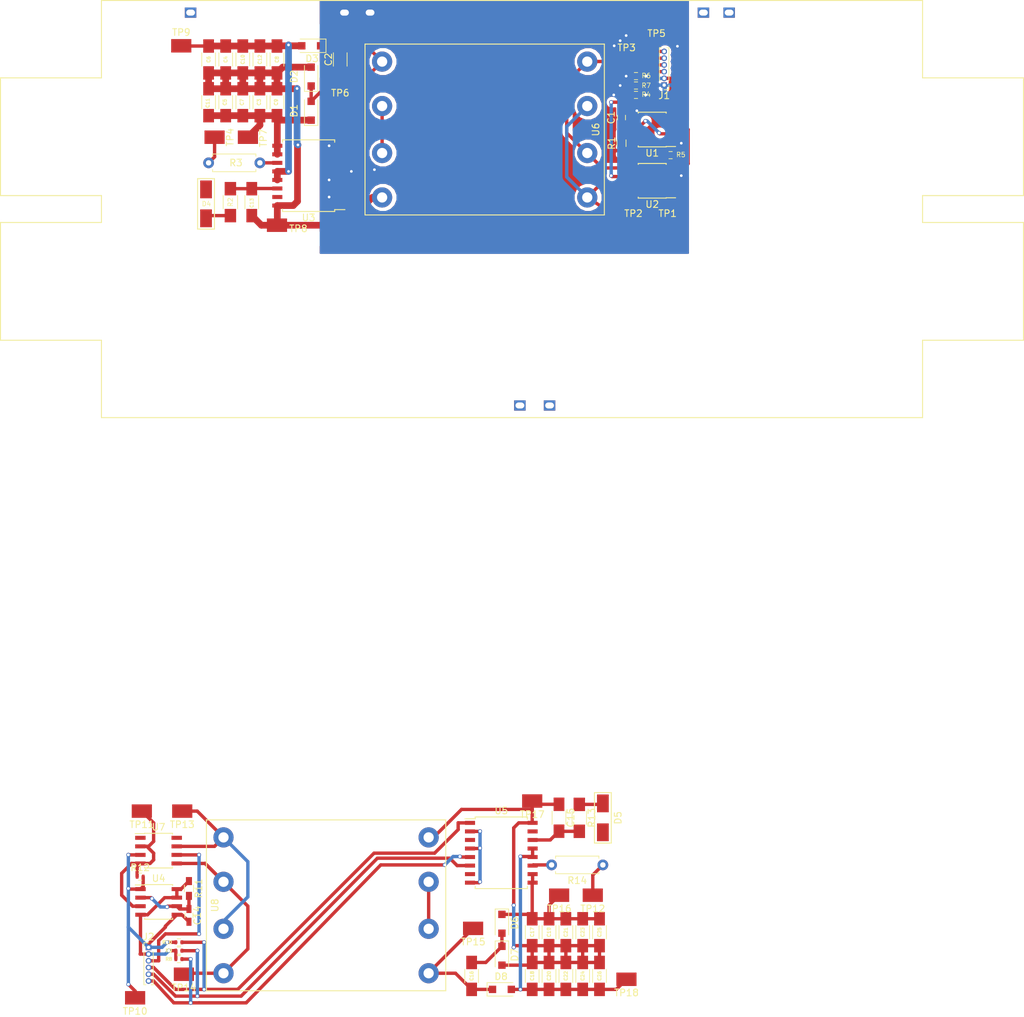
<source format=kicad_pcb>
(kicad_pcb (version 4) (host pcbnew 4.0.7)
  (layers (0 F.Cu signal) (31 B.Cu signal) (34 B.Paste user) (35 F.Paste user) (36 B.SilkS user) (37 F.SilkS user) (38 B.Mask user) (39 F.Mask user) (44 Edge.Cuts user))
  (net 0 "")
  (net 1 "Net-(C1-Pad1)")
  (net 2 GND)
  (net 3 "Net-(C2-Pad1)")
  (net 4 "Net-(C2-Pad2)")
  (net 5 "Net-(C13-Pad2)")
  (net 6 "Net-(D4-Pad2)")
  (net 7 +5V)
  (net 8 "Net-(R3-Pad2)")
  (net 9 "Net-(TP2-Pad1)")
  (net 10 "Net-(TP3-Pad1)")
  (net 11 "Net-(U2-Pad1)")
  (net 12 +24V)
  (net 13 "Net-(U2-Pad8)")
  (net 14 "Net-(U3-Pad7)")
  (net 15 "Net-(U3-Pad15)")
  (net 16 "Net-(U6-Pad6)")
  (net 17 "Net-(R5-Pad1)")
  (net 18 /positive/VSS_IGBT)
  (net 19 /positive/VDD_IGBT)
  (net 20 "Net-(C14-Pad1)")
  (net 21 /EMIT_L)
  (net 22 "Net-(C15-Pad2)")
  (net 23 "Net-(C16-Pad1)")
  (net 24 "Net-(C16-Pad2)")
  (net 25 /negative/VSS_IGBT)
  (net 26 /negative/VDD_IGBT)
  (net 27 /COLL_L)
  (net 28 "Net-(D5-Pad2)")
  (net 29 /VIN_L)
  (net 30 /FAULT_L)
  (net 31 /RESET_L)
  (net 32 "Net-(R12-Pad1)")
  (net 33 /GATE_L)
  (net 34 "Net-(R14-Pad2)")
  (net 35 "Net-(TP13-Pad1)")
  (net 36 "Net-(TP14-Pad1)")
  (net 37 "Net-(U5-Pad7)")
  (net 38 "Net-(U5-Pad15)")
  (net 39 "Net-(U7-Pad1)")
  (net 40 "Net-(U7-Pad8)")
  (net 41 "Net-(U8-Pad6)")
  (net 42 "Net-(U9-Pad5)")
  (net 43 "Net-(U9-Pad6)")
  (net 44 /VIN_H)
  (net 45 /FAULT_H)
  (net 46 /RESET_H)
  (net 47 /COLL_H)
  (net 48 /GATE_H)
  (module inverter-igbt-driver:MG06600WB-BN4MM (layer F.Cu) (at 148 52.25)
    (fp_text reference U9 hide)
    (fp_text value IGBT_HALF_BRIDGE hide)
    (pad 1 thru_hole rect (at 1.17 29.2) (size 1.7 1.524) (drill oval 1.3 0.9) (layers *.Cu *.Mask) (net 33 /GATE_L))
    (pad 2 thru_hole rect (at 5.58 29.2) (size 1.7 1.524) (drill oval 1.3 0.9) (layers *.Cu *.Mask) (net 21 /EMIT_L))
    (pad 5 thru_hole rect (at 32.26 -29.2) (size 1.7 1.524) (drill oval 1.3 0.9) (layers *.Cu *.Mask) (net 42 "Net-(U9-Pad5)"))
    (pad 6 thru_hole rect (at 28.44 -29.2) (size 1.7 1.524) (drill oval 1.3 0.9) (layers *.Cu *.Mask) (net 43 "Net-(U9-Pad6)"))
    (pad 7 thru_hole rect (at -21.09 -29.2) (size 1.7 1.524) (drill oval 1.3 0.9) (layers *.Cu *.Mask) (net 48 /GATE_H))
    (pad 8 thru_hole rect (at -24.89 -29.2) (size 1.7 1.524) (drill oval 1.3 0.9) (layers *.Cu *.Mask) (net 27 /COLL_L))
    (pad 9 thru_hole rect (at -47.76 -29.2) (size 1.7 1.524) (drill oval 1.3 0.9) (layers *.Cu *.Mask) (net 47 /COLL_H))
  )
  (module Capacitors_SMD:C_0603_HandSoldering (layer F.Cu) (at 164.26 38.652 90)
    (fp_text reference C1 (at 0 -1.524 90) (layer F.SilkS))
    (fp_text value 0.01u hide)
    (pad 1 smd rect (at -0.95 0 90) (size 1.2 0.75) (layers F.Cu F.Paste F.Mask) (net 1 "Net-(C1-Pad1)"))
    (pad 2 smd rect (at 0.95 0 90) (size 1.2 0.75) (layers F.Cu F.Paste F.Mask) (net 2 GND))
  )
  (module Capacitors_SMD:C_1206_HandSoldering (layer F.Cu) (at 122.477 30.016 90)
    (fp_text reference C2 (at 0 -1.75 90) (layer F.SilkS))
    (fp_text value 10u hide)
    (pad 1 smd rect (at -2 0 90) (size 2 1.6) (layers F.Cu F.Paste F.Mask) (net 3 "Net-(C2-Pad1)"))
    (pad 2 smd rect (at 2 0 90) (size 2 1.6) (layers F.Cu F.Paste F.Mask) (net 4 "Net-(C2-Pad2)"))
  )
  (module Capacitors_SMD:C_1206_HandSoldering (layer F.Cu) (at 110.539 36.366 90)
    (fp_text reference C3 (at 0 -0.127 90) (layer F.SilkS) (effects (font (size 0.5 0.5) (thickness 0.125))))
    (fp_text value 10u hide)
    (pad 1 smd rect (at -2 0 90) (size 2 1.6) (layers F.Cu F.Paste F.Mask) (net 18 /positive/VSS_IGBT))
    (pad 2 smd rect (at 2 0 90) (size 2 1.6) (layers F.Cu F.Paste F.Mask) (net 27 /COLL_L))
  )
  (module Capacitors_SMD:C_1206_HandSoldering (layer F.Cu) (at 105.459 30.016 90)
    (fp_text reference C4 (at 0 0 90) (layer F.SilkS) (effects (font (size 0.5 0.5) (thickness 0.125))))
    (fp_text value 10u hide)
    (pad 1 smd rect (at -2 0 90) (size 2 1.6) (layers F.Cu F.Paste F.Mask) (net 27 /COLL_L))
    (pad 2 smd rect (at 2 0 90) (size 2 1.6) (layers F.Cu F.Paste F.Mask) (net 19 /positive/VDD_IGBT))
  )
  (module Capacitors_SMD:C_1206_HandSoldering (layer F.Cu) (at 105.459 36.366 90)
    (fp_text reference C5 (at 0 -0.127 90) (layer F.SilkS) (effects (font (size 0.5 0.5) (thickness 0.125))))
    (fp_text value 10u hide)
    (pad 1 smd rect (at -2 0 90) (size 2 1.6) (layers F.Cu F.Paste F.Mask) (net 18 /positive/VSS_IGBT))
    (pad 2 smd rect (at 2 0 90) (size 2 1.6) (layers F.Cu F.Paste F.Mask) (net 27 /COLL_L))
  )
  (module Capacitors_SMD:C_1206_HandSoldering (layer F.Cu) (at 102.919 30.016 90)
    (fp_text reference C6 (at 0 0 90) (layer F.SilkS) (effects (font (size 0.5 0.5) (thickness 0.125))))
    (fp_text value 10u hide)
    (pad 1 smd rect (at -2 0 90) (size 2 1.6) (layers F.Cu F.Paste F.Mask) (net 27 /COLL_L))
    (pad 2 smd rect (at 2 0 90) (size 2 1.6) (layers F.Cu F.Paste F.Mask) (net 19 /positive/VDD_IGBT))
  )
  (module Capacitors_SMD:C_1206_HandSoldering (layer F.Cu) (at 107.999 36.366 90)
    (fp_text reference C7 (at 0 -0.127 90) (layer F.SilkS) (effects (font (size 0.5 0.5) (thickness 0.125))))
    (fp_text value 10u hide)
    (pad 1 smd rect (at -2 0 90) (size 2 1.6) (layers F.Cu F.Paste F.Mask) (net 18 /positive/VSS_IGBT))
    (pad 2 smd rect (at 2 0 90) (size 2 1.6) (layers F.Cu F.Paste F.Mask) (net 27 /COLL_L))
  )
  (module Capacitors_SMD:C_1206_HandSoldering (layer F.Cu) (at 113.079 30.016 90)
    (fp_text reference C8 (at 0 0 90) (layer F.SilkS) (effects (font (size 0.5 0.5) (thickness 0.125))))
    (fp_text value 10u hide)
    (pad 1 smd rect (at -2 0 90) (size 2 1.6) (layers F.Cu F.Paste F.Mask) (net 27 /COLL_L))
    (pad 2 smd rect (at 2 0 90) (size 2 1.6) (layers F.Cu F.Paste F.Mask) (net 19 /positive/VDD_IGBT))
  )
  (module Capacitors_SMD:C_1206_HandSoldering (layer F.Cu) (at 113.079 36.366 90)
    (fp_text reference C9 (at 0 -0.127 90) (layer F.SilkS) (effects (font (size 0.5 0.5) (thickness 0.125))))
    (fp_text value 10u hide)
    (pad 1 smd rect (at -2 0 90) (size 2 1.6) (layers F.Cu F.Paste F.Mask) (net 18 /positive/VSS_IGBT))
    (pad 2 smd rect (at 2 0 90) (size 2 1.6) (layers F.Cu F.Paste F.Mask) (net 27 /COLL_L))
  )
  (module Capacitors_SMD:C_1206_HandSoldering (layer F.Cu) (at 107.999 30.016 90)
    (fp_text reference C10 (at 0 0 90) (layer F.SilkS) (effects (font (size 0.5 0.5) (thickness 0.125))))
    (fp_text value 10u hide)
    (pad 1 smd rect (at -2 0 90) (size 2 1.6) (layers F.Cu F.Paste F.Mask) (net 27 /COLL_L))
    (pad 2 smd rect (at 2 0 90) (size 2 1.6) (layers F.Cu F.Paste F.Mask) (net 19 /positive/VDD_IGBT))
  )
  (module Capacitors_SMD:C_1206_HandSoldering (layer F.Cu) (at 102.919 36.366 90)
    (fp_text reference C11 (at -0.127 -0.127 90) (layer F.SilkS) (effects (font (size 0.5 0.5) (thickness 0.125))))
    (fp_text value 10u hide)
    (pad 1 smd rect (at -2 0 90) (size 2 1.6) (layers F.Cu F.Paste F.Mask) (net 18 /positive/VSS_IGBT))
    (pad 2 smd rect (at 2 0 90) (size 2 1.6) (layers F.Cu F.Paste F.Mask) (net 27 /COLL_L))
  )
  (module Capacitors_SMD:C_1206_HandSoldering (layer F.Cu) (at 110.539 30.016 90)
    (fp_text reference C12 (at 0 0 90) (layer F.SilkS) (effects (font (size 0.5 0.5) (thickness 0.125))))
    (fp_text value 10u hide)
    (pad 1 smd rect (at -2 0 90) (size 2 1.6) (layers F.Cu F.Paste F.Mask) (net 27 /COLL_L))
    (pad 2 smd rect (at 2 0 90) (size 2 1.6) (layers F.Cu F.Paste F.Mask) (net 19 /positive/VDD_IGBT))
  )
  (module Capacitors_SMD:C_1206_HandSoldering (layer F.Cu) (at 109.3325 51.225 90)
    (fp_text reference C13 (at -0.127 0 90) (layer F.SilkS) (effects (font (size 0.5 0.5) (thickness 0.105))))
    (fp_text value 100p hide)
    (pad 1 smd rect (at -2 0 90) (size 2 1.6) (layers F.Cu F.Paste F.Mask) (net 27 /COLL_L))
    (pad 2 smd rect (at 2 0 90) (size 2 1.6) (layers F.Cu F.Paste F.Mask) (net 5 "Net-(C13-Pad2)"))
  )
  (module Diodes_SMD:D_SOD-123F (layer F.Cu) (at 118.159 37.636 90)
    (fp_text reference D1 (at 0 -2.54 90) (layer F.SilkS))
    (fp_text value D_Schottky hide)
    (pad 1 smd rect (at -1.4 0 90) (size 1.1 1.1) (layers F.Cu F.Paste F.Mask) (net 18 /positive/VSS_IGBT))
    (pad 2 smd rect (at 1.4 0 90) (size 1.1 1.1) (layers F.Cu F.Paste F.Mask) (net 3 "Net-(C2-Pad1)"))
  )
  (module Diodes_SMD:D_SOD-123F (layer F.Cu) (at 118.159 32.556 90)
    (fp_text reference D2 (at 0 -2.54 90) (layer F.SilkS))
    (fp_text value D_Schottky hide)
    (pad 1 smd rect (at -1.4 0 90) (size 1.1 1.1) (layers F.Cu F.Paste F.Mask) (net 3 "Net-(C2-Pad1)"))
    (pad 2 smd rect (at 1.4 0 90) (size 1.1 1.1) (layers F.Cu F.Paste F.Mask) (net 27 /COLL_L))
  )
  (module Diodes_SMD:D_SOD-123F (layer F.Cu) (at 118.159 27.984 180)
    (fp_text reference D3 (at -0.127 -1.905 180) (layer F.SilkS))
    (fp_text value D_Schottky hide)
    (pad 1 smd rect (at -1.4 0 180) (size 1.1 1.1) (layers F.Cu F.Paste F.Mask) (net 4 "Net-(C2-Pad2)"))
    (pad 2 smd rect (at 1.4 0 180) (size 1.1 1.1) (layers F.Cu F.Paste F.Mask) (net 19 /positive/VDD_IGBT))
  )
  (module inverter-igbt-driver:DO-214AC (layer F.Cu) (at 102.538 51.479 270)
    (fp_text reference D4 (at 0 -0.0635 360) (layer F.SilkS) (effects (font (size 0.7 0.7) (thickness 0.105))))
    (fp_text value D hide)
    (pad 1 smd rect (at -2.15 0 270) (size 2.65 1.75) (layers F.Cu F.Paste F.Mask) (net 47 /COLL_H))
    (pad 2 smd rect (at 2.15 0 270) (size 2.65 1.75) (layers F.Cu F.Paste F.Mask) (net 6 "Net-(D4-Pad2)"))
  )
  (module Resistors_SMD:R_0603_HandSoldering (layer F.Cu) (at 164.26 42.462 90)
    (fp_text reference R1 (at 0 -1.45 90) (layer F.SilkS))
    (fp_text value 1.5k hide)
    (pad 1 smd rect (at -1.1 0 90) (size 1.2 0.9) (layers F.Cu F.Paste F.Mask) (net 7 +5V))
    (pad 2 smd rect (at 1.1 0 90) (size 1.2 0.9) (layers F.Cu F.Paste F.Mask) (net 1 "Net-(C1-Pad1)"))
  )
  (module Resistors_SMD:R_1206_HandSoldering (layer F.Cu) (at 106.1575 51.225 90)
    (fp_text reference R2 (at 0 0 90) (layer F.SilkS) (effects (font (size 0.7 0.7) (thickness 0.105))))
    (fp_text value 100 hide)
    (pad 1 smd rect (at -2 0 90) (size 2 1.7) (layers F.Cu F.Paste F.Mask) (net 6 "Net-(D4-Pad2)"))
    (pad 2 smd rect (at 2 0 90) (size 2 1.7) (layers F.Cu F.Paste F.Mask) (net 5 "Net-(C13-Pad2)"))
  )
  (module Resistors_THT:R_Axial_DIN0207_L6.3mm_D2.5mm_P7.62mm_Horizontal (layer F.Cu) (at 102.919 45.383)
    (fp_text reference R3 (at 4.064 0) (layer F.SilkS))
    (fp_text value 8)
    (pad 1 thru_hole circle (at 0 0) (size 1.6 1.6) (drill 0.8) (layers *.Cu *.Mask) (net 48 /GATE_H))
    (pad 2 thru_hole oval (at 7.62 0) (size 1.6 1.6) (drill 0.8) (layers *.Cu *.Mask) (net 8 "Net-(R3-Pad2)"))
  )
  (module "inverter-igbt-driver:TP RCT (0805)" (layer F.Cu) (at 171.118 54.908 180)
    (fp_text reference TP1 (at 0 2 180) (layer F.SilkS))
    (fp_text value TEST hide)
    (pad 1 smd rect (at 0 0 180) (size 3 2) (layers F.Cu F.Paste F.Mask) (net 17 "Net-(R5-Pad1)"))
  )
  (module "inverter-igbt-driver:TP RCT (0805)" (layer F.Cu) (at 166.038 54.908 180)
    (fp_text reference TP2 (at 0 2 180) (layer F.SilkS))
    (fp_text value TEST hide)
    (pad 1 smd rect (at 0 0 180) (size 3 2) (layers F.Cu F.Paste F.Mask) (net 9 "Net-(TP2-Pad1)"))
  )
  (module "inverter-igbt-driver:TP RCT (0805)" (layer F.Cu) (at 165.022 30.27 180)
    (fp_text reference TP3 (at 0 2 180) (layer F.SilkS))
    (fp_text value TEST hide)
    (pad 1 smd rect (at 0 0 180) (size 3 2) (layers F.Cu F.Paste F.Mask) (net 10 "Net-(TP3-Pad1)"))
  )
  (module "inverter-igbt-driver:TP RCT (0805)" (layer F.Cu) (at 103.808 41.573 180)
    (fp_text reference TP4 (at -2.286 0 270) (layer F.SilkS))
    (fp_text value TEST hide)
    (pad 1 smd rect (at 0 0 180) (size 3 2) (layers F.Cu F.Paste F.Mask) (net 48 /GATE_H))
  )
  (module "inverter-igbt-driver:TP RCT (0805)" (layer F.Cu) (at 122.477 37.001 180)
    (fp_text reference TP6 (at 0 2 180) (layer F.SilkS))
    (fp_text value TEST hide)
    (pad 1 smd rect (at 0 0 180) (size 3 2) (layers F.Cu F.Paste F.Mask) (net 4 "Net-(C2-Pad2)"))
  )
  (module "inverter-igbt-driver:TP RCT (0805)" (layer F.Cu) (at 108.761 41.573 180)
    (fp_text reference TP7 (at -2.286 -0.127 270) (layer F.SilkS))
    (fp_text value TEST hide)
    (pad 1 smd rect (at 0 0 180) (size 3 2) (layers F.Cu F.Paste F.Mask) (net 18 /positive/VSS_IGBT))
  )
  (module "inverter-igbt-driver:TP RCT (0805)" (layer F.Cu) (at 113.079 54.654 180)
    (fp_text reference TP8 (at -3.175 -0.508 180) (layer F.SilkS))
    (fp_text value TEST hide)
    (pad 1 smd rect (at 0 0 180) (size 3 2) (layers F.Cu F.Paste F.Mask) (net 27 /COLL_L))
  )
  (module "inverter-igbt-driver:TP RCT (0805)" (layer F.Cu) (at 98.855 27.984 180)
    (fp_text reference TP9 (at 0 2 180) (layer F.SilkS))
    (fp_text value TEST hide)
    (pad 1 smd rect (at 0 0 180) (size 3 2) (layers F.Cu F.Paste F.Mask) (net 19 /positive/VDD_IGBT))
  )
  (module Housings_SOIC:SOIC-8_3.9x4.9mm_Pitch1.27mm (layer F.Cu) (at 168.832 40.43 180)
    (fp_text reference U1 (at 0 -3.5 180) (layer F.SilkS))
    (fp_text value NE555 hide)
    (pad 1 smd rect (at -2.7 -1.905 180) (size 1.55 0.6) (layers F.Cu F.Paste F.Mask) (net 2 GND))
    (pad 2 smd rect (at -2.7 -0.635 180) (size 1.55 0.6) (layers F.Cu F.Paste F.Mask) (net 1 "Net-(C1-Pad1)"))
    (pad 3 smd rect (at -2.7 0.635 180) (size 1.55 0.6) (layers F.Cu F.Paste F.Mask) (net 17 "Net-(R5-Pad1)"))
    (pad 4 smd rect (at -2.7 1.905 180) (size 1.55 0.6) (layers F.Cu F.Paste F.Mask) (net 7 +5V))
    (pad 5 smd rect (at 2.7 1.905 180) (size 1.55 0.6) (layers F.Cu F.Paste F.Mask) (net 2 GND))
    (pad 6 smd rect (at 2.7 0.635 180) (size 1.55 0.6) (layers F.Cu F.Paste F.Mask) (net 1 "Net-(C1-Pad1)"))
    (pad 7 smd rect (at 2.7 -0.635 180) (size 1.55 0.6) (layers F.Cu F.Paste F.Mask) (net 7 +5V))
    (pad 8 smd rect (at 2.7 -1.905 180) (size 1.55 0.6) (layers F.Cu F.Paste F.Mask) (net 7 +5V))
  )
  (module Housings_SOIC:SOIC-8_3.9x4.9mm_Pitch1.27mm (layer F.Cu) (at 168.832 48.05 180)
    (fp_text reference U2 (at 0 -3.5 180) (layer F.SilkS))
    (fp_text value IXDF604SIA hide)
    (pad 1 smd rect (at -2.7 -1.905 180) (size 1.55 0.6) (layers F.Cu F.Paste F.Mask) (net 11 "Net-(U2-Pad1)"))
    (pad 2 smd rect (at -2.7 -0.635 180) (size 1.55 0.6) (layers F.Cu F.Paste F.Mask) (net 17 "Net-(R5-Pad1)"))
    (pad 3 smd rect (at -2.7 0.635 180) (size 1.55 0.6) (layers F.Cu F.Paste F.Mask) (net 2 GND))
    (pad 4 smd rect (at -2.7 1.905 180) (size 1.55 0.6) (layers F.Cu F.Paste F.Mask) (net 17 "Net-(R5-Pad1)"))
    (pad 5 smd rect (at 2.7 1.905 180) (size 1.55 0.6) (layers F.Cu F.Paste F.Mask) (net 10 "Net-(TP3-Pad1)"))
    (pad 6 smd rect (at 2.7 0.635 180) (size 1.55 0.6) (layers F.Cu F.Paste F.Mask) (net 12 +24V))
    (pad 7 smd rect (at 2.7 -0.635 180) (size 1.55 0.6) (layers F.Cu F.Paste F.Mask) (net 9 "Net-(TP2-Pad1)"))
    (pad 8 smd rect (at 2.7 -1.905 180) (size 1.55 0.6) (layers F.Cu F.Paste F.Mask) (net 13 "Net-(U2-Pad8)"))
  )
  (module Housings_SOIC:SOIC-16W_7.5x10.3mm_Pitch1.27mm (layer F.Cu) (at 117.778 47.288 180)
    (fp_text reference U3 (at 0 -6.25 180) (layer F.SilkS))
    (fp_text value FOD8316)
    (pad 1 smd rect (at -4.65 -4.445 180) (size 1.5 0.6) (layers F.Cu F.Paste F.Mask) (net 44 /VIN_H))
    (pad 2 smd rect (at -4.65 -3.175 180) (size 1.5 0.6) (layers F.Cu F.Paste F.Mask) (net 2 GND))
    (pad 3 smd rect (at -4.65 -1.905 180) (size 1.5 0.6) (layers F.Cu F.Paste F.Mask) (net 7 +5V))
    (pad 4 smd rect (at -4.65 -0.635 180) (size 1.5 0.6) (layers F.Cu F.Paste F.Mask) (net 2 GND))
    (pad 5 smd rect (at -4.65 0.635 180) (size 1.5 0.6) (layers F.Cu F.Paste F.Mask) (net 46 /RESET_H))
    (pad 6 smd rect (at -4.65 1.905 180) (size 1.5 0.6) (layers F.Cu F.Paste F.Mask) (net 45 /FAULT_H))
    (pad 7 smd rect (at -4.65 3.175 180) (size 1.5 0.6) (layers F.Cu F.Paste F.Mask) (net 14 "Net-(U3-Pad7)"))
    (pad 8 smd rect (at -4.65 4.445 180) (size 1.5 0.6) (layers F.Cu F.Paste F.Mask) (net 2 GND))
    (pad 9 smd rect (at 4.65 4.445 180) (size 1.5 0.6) (layers F.Cu F.Paste F.Mask) (net 18 /positive/VSS_IGBT))
    (pad 10 smd rect (at 4.65 3.175 180) (size 1.5 0.6) (layers F.Cu F.Paste F.Mask) (net 18 /positive/VSS_IGBT))
    (pad 11 smd rect (at 4.65 1.905 180) (size 1.5 0.6) (layers F.Cu F.Paste F.Mask) (net 8 "Net-(R3-Pad2)"))
    (pad 12 smd rect (at 4.65 0.635 180) (size 1.5 0.6) (layers F.Cu F.Paste F.Mask) (net 19 /positive/VDD_IGBT))
    (pad 13 smd rect (at 4.65 -0.635 180) (size 1.5 0.6) (layers F.Cu F.Paste F.Mask) (net 19 /positive/VDD_IGBT))
    (pad 14 smd rect (at 4.65 -1.905 180) (size 1.5 0.6) (layers F.Cu F.Paste F.Mask) (net 5 "Net-(C13-Pad2)"))
    (pad 15 smd rect (at 4.65 -3.175 180) (size 1.5 0.6) (layers F.Cu F.Paste F.Mask) (net 15 "Net-(U3-Pad15)"))
    (pad 16 smd rect (at 4.65 -4.445 180) (size 1.5 0.6) (layers F.Cu F.Paste F.Mask) (net 27 /COLL_L))
  )
  (module inverter-igbt-driver:FS48-050-C2 (layer F.Cu) (at 143.94 40.43 90)
    (fp_text reference U6 (at 0 16.51 90) (layer F.SilkS))
    (fp_text value Transformer_2P_2S hide)
    (pad 1 thru_hole circle (at -10.0965 15.24 90) (size 3 3) (drill 1.524) (layers *.Cu *.Mask) (net 9 "Net-(TP2-Pad1)"))
    (pad 2 thru_hole circle (at -3.4925 15.24 90) (size 3 3) (drill 1.524) (layers *.Cu *.Mask) (net 10 "Net-(TP3-Pad1)"))
    (pad 3 thru_hole circle (at 3.4925 15.24 90) (size 3 3) (drill 1.524) (layers *.Cu *.Mask) (net 9 "Net-(TP2-Pad1)"))
    (pad 4 thru_hole circle (at 10.0965 15.24 90) (size 3 3) (drill 1.524) (layers *.Cu *.Mask) (net 10 "Net-(TP3-Pad1)"))
    (pad 5 thru_hole circle (at -10.0965 -15.24 90) (size 3 3) (drill 1.524) (layers *.Cu *.Mask) (net 27 /COLL_L))
    (pad 6 thru_hole circle (at -3.4925 -15.24 90) (size 3 3) (drill 1.524) (layers *.Cu *.Mask) (net 16 "Net-(U6-Pad6)"))
    (pad 7 thru_hole circle (at 3.4925 -15.24 90) (size 3 3) (drill 1.524) (layers *.Cu *.Mask) (net 16 "Net-(U6-Pad6)"))
    (pad 8 thru_hole circle (at 10.0965 -15.24 90) (size 3 3) (drill 1.524) (layers *.Cu *.Mask) (net 4 "Net-(C2-Pad2)"))
  )
  (module Pin_Headers:Pin_Header_Straight_1x06_Pitch1.00mm (layer F.Cu) (at 170.61 33.826 180)
    (fp_text reference J1 (at 0 -1.56 180) (layer F.SilkS))
    (fp_text value Conn_01x06 hide)
    (pad 1 thru_hole rect (at 0 0 180) (size 0.85 0.85) (drill 0.5) (layers *.Cu *.Mask) (net 2 GND))
    (pad 2 thru_hole oval (at 0 1 180) (size 0.85 0.85) (drill 0.5) (layers *.Cu *.Mask) (net 7 +5V))
    (pad 3 thru_hole oval (at 0 2 180) (size 0.85 0.85) (drill 0.5) (layers *.Cu *.Mask) (net 12 +24V))
    (pad 4 thru_hole oval (at 0 3 180) (size 0.85 0.85) (drill 0.5) (layers *.Cu *.Mask) (net 44 /VIN_H))
    (pad 5 thru_hole oval (at 0 4 180) (size 0.85 0.85) (drill 0.5) (layers *.Cu *.Mask) (net 45 /FAULT_H))
    (pad 6 thru_hole oval (at 0 5 180) (size 0.85 0.85) (drill 0.5) (layers *.Cu *.Mask) (net 46 /RESET_H))
  )
  (module Resistors_SMD:R_0402 (layer F.Cu) (at 166.419 35.2865)
    (fp_text reference R4 (at 1.524 -0.0635) (layer F.SilkS) (effects (font (size 0.7 0.7) (thickness 0.105))))
    (fp_text value 1k hide)
    (pad 1 smd rect (at -0.45 0) (size 0.4 0.6) (layers F.Cu F.Paste F.Mask) (net 44 /VIN_H))
    (pad 2 smd rect (at 0.45 0) (size 0.4 0.6) (layers F.Cu F.Paste F.Mask) (net 2 GND))
  )
  (module Resistors_SMD:R_0402 (layer F.Cu) (at 171.5625 44.24 180)
    (fp_text reference R5 (at -1.524 0.0635 180) (layer F.SilkS) (effects (font (size 0.7 0.7) (thickness 0.105))))
    (fp_text value 1k hide)
    (pad 1 smd rect (at -0.45 0 180) (size 0.4 0.6) (layers F.Cu F.Paste F.Mask) (net 17 "Net-(R5-Pad1)"))
    (pad 2 smd rect (at 0.45 0 180) (size 0.4 0.6) (layers F.Cu F.Paste F.Mask) (net 2 GND))
  )
  (module Resistors_SMD:R_0402 (layer F.Cu) (at 166.419 32.4925 180)
    (fp_text reference R6 (at -1.524 0.0635 180) (layer F.SilkS) (effects (font (size 0.7 0.7) (thickness 0.105))))
    (fp_text value 1k hide)
    (pad 1 smd rect (at -0.45 0 180) (size 0.4 0.6) (layers F.Cu F.Paste F.Mask) (net 7 +5V))
    (pad 2 smd rect (at 0.45 0 180) (size 0.4 0.6) (layers F.Cu F.Paste F.Mask) (net 46 /RESET_H))
  )
  (module Resistors_SMD:R_0402 (layer F.Cu) (at 166.419 33.8895 180)
    (fp_text reference R7 (at -1.524 0 180) (layer F.SilkS) (effects (font (size 0.7 0.7) (thickness 0.105))))
    (fp_text value 1k hide)
    (pad 1 smd rect (at -0.45 0 180) (size 0.4 0.6) (layers F.Cu F.Paste F.Mask) (net 7 +5V))
    (pad 2 smd rect (at 0.45 0 180) (size 0.4 0.6) (layers F.Cu F.Paste F.Mask) (net 45 /FAULT_H))
  )
  (module "inverter-igbt-driver:TP RCT (0805)" (layer F.Cu) (at 172.5785 26.1425 180)
    (fp_text reference TP5 (at 3.1115 0 180) (layer F.SilkS))
    (fp_text value TEST hide)
    (pad 1 smd rect (at 0 0 180) (size 3 2) (layers F.Cu F.Paste F.Mask) (net 2 GND))
  )
  (module Capacitors_SMD:C_0603_HandSoldering (layer F.Cu) (at 100 157.25 270)
    (fp_text reference C14 (at 0 -1.25 270) (layer F.SilkS))
    (fp_text value 0.01u)
    (pad 1 smd rect (at -0.95 0 270) (size 1.2 0.75) (layers F.Cu F.Paste F.Mask) (net 20 "Net-(C14-Pad1)"))
    (pad 2 smd rect (at 0.95 0 270) (size 1.2 0.75) (layers F.Cu F.Paste F.Mask) (net 2 GND))
  )
  (module Capacitors_SMD:C_1206_HandSoldering (layer F.Cu) (at 154.981 142.735 270)
    (fp_text reference C15 (at 0 -1.75 270) (layer F.SilkS))
    (fp_text value 100p)
    (pad 1 smd rect (at -2 0 270) (size 2 1.6) (layers F.Cu F.Paste F.Mask) (net 21 /EMIT_L))
    (pad 2 smd rect (at 2 0 270) (size 2 1.6) (layers F.Cu F.Paste F.Mask) (net 22 "Net-(C15-Pad2)"))
  )
  (module Capacitors_SMD:C_1206_HandSoldering (layer F.Cu) (at 142 166.25 270)
    (fp_text reference C16 (at 0 0 270) (layer F.SilkS) (effects (font (size 0.5 0.5) (thickness 0.125))))
    (fp_text value 10u hide)
    (pad 1 smd rect (at -2 0 270) (size 2 1.6) (layers F.Cu F.Paste F.Mask) (net 23 "Net-(C16-Pad1)"))
    (pad 2 smd rect (at 2 0 270) (size 2 1.6) (layers F.Cu F.Paste F.Mask) (net 24 "Net-(C16-Pad2)"))
  )
  (module Capacitors_SMD:C_1206_HandSoldering (layer F.Cu) (at 151 159.75 270)
    (fp_text reference C17 (at 0 0 270) (layer F.SilkS) (effects (font (size 0.5 0.5) (thickness 0.125))))
    (fp_text value 10u hide)
    (pad 1 smd rect (at -2 0 270) (size 2 1.6) (layers F.Cu F.Paste F.Mask) (net 25 /negative/VSS_IGBT))
    (pad 2 smd rect (at 2 0 270) (size 2 1.6) (layers F.Cu F.Paste F.Mask) (net 21 /EMIT_L))
  )
  (module Capacitors_SMD:C_1206_HandSoldering (layer F.Cu) (at 151 166.25 270)
    (fp_text reference C18 (at 0 0 270) (layer F.SilkS) (effects (font (size 0.5 0.5) (thickness 0.125))))
    (fp_text value 10u hide)
    (pad 1 smd rect (at -2 0 270) (size 2 1.6) (layers F.Cu F.Paste F.Mask) (net 21 /EMIT_L))
    (pad 2 smd rect (at 2 0 270) (size 2 1.6) (layers F.Cu F.Paste F.Mask) (net 26 /negative/VDD_IGBT))
  )
  (module Capacitors_SMD:C_1206_HandSoldering (layer F.Cu) (at 153.5 159.75 270)
    (fp_text reference C19 (at 0 0 270) (layer F.SilkS) (effects (font (size 0.5 0.5) (thickness 0.125))))
    (fp_text value 10u hide)
    (pad 1 smd rect (at -2 0 270) (size 2 1.6) (layers F.Cu F.Paste F.Mask) (net 25 /negative/VSS_IGBT))
    (pad 2 smd rect (at 2 0 270) (size 2 1.6) (layers F.Cu F.Paste F.Mask) (net 21 /EMIT_L))
  )
  (module Capacitors_SMD:C_1206_HandSoldering (layer F.Cu) (at 153.5 166.25 270)
    (fp_text reference C20 (at 0 0 270) (layer F.SilkS) (effects (font (size 0.5 0.5) (thickness 0.125))))
    (fp_text value 10u hide)
    (pad 1 smd rect (at -2 0 270) (size 2 1.6) (layers F.Cu F.Paste F.Mask) (net 21 /EMIT_L))
    (pad 2 smd rect (at 2 0 270) (size 2 1.6) (layers F.Cu F.Paste F.Mask) (net 26 /negative/VDD_IGBT))
  )
  (module Capacitors_SMD:C_1206_HandSoldering (layer F.Cu) (at 156 159.75 270)
    (fp_text reference C21 (at 0 0 270) (layer F.SilkS) (effects (font (size 0.5 0.5) (thickness 0.125))))
    (fp_text value 10u hide)
    (pad 1 smd rect (at -2 0 270) (size 2 1.6) (layers F.Cu F.Paste F.Mask) (net 25 /negative/VSS_IGBT))
    (pad 2 smd rect (at 2 0 270) (size 2 1.6) (layers F.Cu F.Paste F.Mask) (net 21 /EMIT_L))
  )
  (module Capacitors_SMD:C_1206_HandSoldering (layer F.Cu) (at 156 166.25 270)
    (fp_text reference C22 (at 0 0 270) (layer F.SilkS) (effects (font (size 0.5 0.5) (thickness 0.125))))
    (fp_text value 10u hide)
    (pad 1 smd rect (at -2 0 270) (size 2 1.6) (layers F.Cu F.Paste F.Mask) (net 21 /EMIT_L))
    (pad 2 smd rect (at 2 0 270) (size 2 1.6) (layers F.Cu F.Paste F.Mask) (net 26 /negative/VDD_IGBT))
  )
  (module Capacitors_SMD:C_1206_HandSoldering (layer F.Cu) (at 158.5 159.75 270)
    (fp_text reference C23 (at 0 0 270) (layer F.SilkS) (effects (font (size 0.5 0.5) (thickness 0.125))))
    (fp_text value 10u hide)
    (pad 1 smd rect (at -2 0 270) (size 2 1.6) (layers F.Cu F.Paste F.Mask) (net 25 /negative/VSS_IGBT))
    (pad 2 smd rect (at 2 0 270) (size 2 1.6) (layers F.Cu F.Paste F.Mask) (net 21 /EMIT_L))
  )
  (module Capacitors_SMD:C_1206_HandSoldering (layer F.Cu) (at 158.5 166.25 270)
    (fp_text reference C24 (at 0 0 270) (layer F.SilkS) (effects (font (size 0.5 0.5) (thickness 0.125))))
    (fp_text value 10u hide)
    (pad 1 smd rect (at -2 0 270) (size 2 1.6) (layers F.Cu F.Paste F.Mask) (net 21 /EMIT_L))
    (pad 2 smd rect (at 2 0 270) (size 2 1.6) (layers F.Cu F.Paste F.Mask) (net 26 /negative/VDD_IGBT))
  )
  (module Capacitors_SMD:C_1206_HandSoldering (layer F.Cu) (at 161 159.75 270)
    (fp_text reference C25 (at 0 0 270) (layer F.SilkS) (effects (font (size 0.5 0.5) (thickness 0.125))))
    (fp_text value 10u hide)
    (pad 1 smd rect (at -2 0 270) (size 2 1.6) (layers F.Cu F.Paste F.Mask) (net 25 /negative/VSS_IGBT))
    (pad 2 smd rect (at 2 0 270) (size 2 1.6) (layers F.Cu F.Paste F.Mask) (net 21 /EMIT_L))
  )
  (module Capacitors_SMD:C_1206_HandSoldering (layer F.Cu) (at 161 166.25 270)
    (fp_text reference C26 (at 0 0 270) (layer F.SilkS) (effects (font (size 0.5 0.5) (thickness 0.125))))
    (fp_text value 10u hide)
    (pad 1 smd rect (at -2 0 270) (size 2 1.6) (layers F.Cu F.Paste F.Mask) (net 21 /EMIT_L))
    (pad 2 smd rect (at 2 0 270) (size 2 1.6) (layers F.Cu F.Paste F.Mask) (net 26 /negative/VDD_IGBT))
  )
  (module inverter-igbt-driver:DO-214AC (layer F.Cu) (at 161.5 142.75 90)
    (fp_text reference D5 (at 0 2.25 90) (layer F.SilkS))
    (fp_text value D hide)
    (pad 1 smd rect (at -2.15 0 90) (size 2.65 1.75) (layers F.Cu F.Paste F.Mask) (net 27 /COLL_L))
    (pad 2 smd rect (at 2.15 0 90) (size 2.65 1.75) (layers F.Cu F.Paste F.Mask) (net 28 "Net-(D5-Pad2)"))
  )
  (module Diodes_SMD:D_SOD-123F (layer F.Cu) (at 146.5 158.5 270)
    (fp_text reference D6 (at -0.127 -1.905 270) (layer F.SilkS))
    (fp_text value D_Schottky hide)
    (pad 1 smd rect (at -1.4 0 270) (size 1.1 1.1) (layers F.Cu F.Paste F.Mask) (net 25 /negative/VSS_IGBT))
    (pad 2 smd rect (at 1.4 0 270) (size 1.1 1.1) (layers F.Cu F.Paste F.Mask) (net 23 "Net-(C16-Pad1)"))
  )
  (module Diodes_SMD:D_SOD-123F (layer F.Cu) (at 146.5 163.25 270)
    (fp_text reference D7 (at -0.127 -1.905 270) (layer F.SilkS))
    (fp_text value D_Schottky hide)
    (pad 1 smd rect (at -1.4 0 270) (size 1.1 1.1) (layers F.Cu F.Paste F.Mask) (net 23 "Net-(C16-Pad1)"))
    (pad 2 smd rect (at 1.4 0 270) (size 1.1 1.1) (layers F.Cu F.Paste F.Mask) (net 21 /EMIT_L))
  )
  (module Diodes_SMD:D_SOD-123F (layer F.Cu) (at 146.5 168.25)
    (fp_text reference D8 (at -0.127 -1.905) (layer F.SilkS))
    (fp_text value D_Schottky hide)
    (pad 1 smd rect (at -1.4 0) (size 1.1 1.1) (layers F.Cu F.Paste F.Mask) (net 24 "Net-(C16-Pad2)"))
    (pad 2 smd rect (at 1.4 0) (size 1.1 1.1) (layers F.Cu F.Paste F.Mask) (net 26 /negative/VDD_IGBT))
  )
  (module Pin_Headers:Pin_Header_Straight_1x06_Pitch1.00mm (layer F.Cu) (at 94 162)
    (fp_text reference J2 (at 0 -1.56) (layer F.SilkS))
    (fp_text value Conn_01x06)
    (pad 1 thru_hole rect (at 0 0) (size 0.85 0.85) (drill 0.5) (layers *.Cu *.Mask) (net 2 GND))
    (pad 2 thru_hole oval (at 0 1) (size 0.85 0.85) (drill 0.5) (layers *.Cu *.Mask) (net 7 +5V))
    (pad 3 thru_hole oval (at 0 2) (size 0.85 0.85) (drill 0.5) (layers *.Cu *.Mask) (net 12 +24V))
    (pad 4 thru_hole oval (at 0 3) (size 0.85 0.85) (drill 0.5) (layers *.Cu *.Mask) (net 29 /VIN_L))
    (pad 5 thru_hole oval (at 0 4) (size 0.85 0.85) (drill 0.5) (layers *.Cu *.Mask) (net 30 /FAULT_L))
    (pad 6 thru_hole oval (at 0 5) (size 0.85 0.85) (drill 0.5) (layers *.Cu *.Mask) (net 31 /RESET_L))
  )
  (module Resistors_SMD:R_0402 (layer F.Cu) (at 98.5 163.75)
    (fp_text reference R8 (at -1.5 0) (layer F.SilkS) (effects (font (size 0.5 0.5) (thickness 0.125))))
    (fp_text value 1k hide)
    (pad 1 smd rect (at -0.45 0) (size 0.4 0.6) (layers F.Cu F.Paste F.Mask) (net 7 +5V))
    (pad 2 smd rect (at 0.45 0) (size 0.4 0.6) (layers F.Cu F.Paste F.Mask) (net 31 /RESET_L))
  )
  (module Resistors_SMD:R_0402 (layer F.Cu) (at 98.5 162.5)
    (fp_text reference R9 (at -1.5 0) (layer F.SilkS) (effects (font (size 0.5 0.5) (thickness 0.125))))
    (fp_text value 1k hide)
    (pad 1 smd rect (at -0.45 0) (size 0.4 0.6) (layers F.Cu F.Paste F.Mask) (net 7 +5V))
    (pad 2 smd rect (at 0.45 0) (size 0.4 0.6) (layers F.Cu F.Paste F.Mask) (net 30 /FAULT_L))
  )
  (module Resistors_SMD:R_0402 (layer F.Cu) (at 98.5 161.25 180)
    (fp_text reference R10 (at 1.75 0 180) (layer F.SilkS) (effects (font (size 0.5 0.5) (thickness 0.125))))
    (fp_text value 1k hide)
    (pad 1 smd rect (at -0.45 0 180) (size 0.4 0.6) (layers F.Cu F.Paste F.Mask) (net 29 /VIN_L))
    (pad 2 smd rect (at 0.45 0 180) (size 0.4 0.6) (layers F.Cu F.Paste F.Mask) (net 2 GND))
  )
  (module Resistors_SMD:R_0603_HandSoldering (layer F.Cu) (at 100 153.25 270)
    (fp_text reference R11 (at 0 -1.45 270) (layer F.SilkS))
    (fp_text value 1.5k)
    (pad 1 smd rect (at -1.1 0 270) (size 1.2 0.9) (layers F.Cu F.Paste F.Mask) (net 7 +5V))
    (pad 2 smd rect (at 1.1 0 270) (size 1.2 0.9) (layers F.Cu F.Paste F.Mask) (net 20 "Net-(C14-Pad1)"))
  )
  (module Resistors_SMD:R_0402 (layer F.Cu) (at 92.75 151.5)
    (fp_text reference R12 (at 0 -1.35) (layer F.SilkS))
    (fp_text value 1k)
    (pad 1 smd rect (at -0.45 0) (size 0.4 0.6) (layers F.Cu F.Paste F.Mask) (net 32 "Net-(R12-Pad1)"))
    (pad 2 smd rect (at 0.45 0) (size 0.4 0.6) (layers F.Cu F.Paste F.Mask) (net 2 GND))
  )
  (module Resistors_SMD:R_1206_HandSoldering (layer F.Cu) (at 158 142.75 270)
    (fp_text reference R13 (at 0 -1.85 270) (layer F.SilkS))
    (fp_text value 100)
    (pad 1 smd rect (at -2 0 270) (size 2 1.7) (layers F.Cu F.Paste F.Mask) (net 28 "Net-(D5-Pad2)"))
    (pad 2 smd rect (at 2 0 270) (size 2 1.7) (layers F.Cu F.Paste F.Mask) (net 22 "Net-(C15-Pad2)"))
  )
  (module Resistors_THT:R_Axial_DIN0207_L6.3mm_D2.5mm_P7.62mm_Horizontal (layer F.Cu) (at 161.5 149.75 180)
    (fp_text reference R14 (at 3.81 -2.31 180) (layer F.SilkS))
    (fp_text value 8)
    (pad 1 thru_hole circle (at 0 0 180) (size 1.6 1.6) (drill 0.8) (layers *.Cu *.Mask) (net 33 /GATE_L))
    (pad 2 thru_hole oval (at 7.62 0 180) (size 1.6 1.6) (drill 0.8) (layers *.Cu *.Mask) (net 34 "Net-(R14-Pad2)"))
  )
  (module "inverter-igbt-driver:TP RCT (0805)" (layer F.Cu) (at 92 169.5)
    (fp_text reference TP10 (at 0 2) (layer F.SilkS))
    (fp_text value TEST hide)
    (pad 1 smd rect (at 0 0) (size 3 2) (layers F.Cu F.Paste F.Mask) (net 2 GND))
  )
  (module "inverter-igbt-driver:TP RCT (0805)" (layer F.Cu) (at 93 141.75)
    (fp_text reference TP11 (at 0 2) (layer F.SilkS))
    (fp_text value TEST hide)
    (pad 1 smd rect (at 0 0) (size 3 2) (layers F.Cu F.Paste F.Mask) (net 32 "Net-(R12-Pad1)"))
  )
  (module "inverter-igbt-driver:TP RCT (0805)" (layer F.Cu) (at 160 154.25)
    (fp_text reference TP12 (at 0 2) (layer F.SilkS))
    (fp_text value TEST hide)
    (pad 1 smd rect (at 0 0) (size 3 2) (layers F.Cu F.Paste F.Mask) (net 33 /GATE_L))
  )
  (module "inverter-igbt-driver:TP RCT (0805)" (layer F.Cu) (at 99 141.75)
    (fp_text reference TP13 (at 0 2) (layer F.SilkS))
    (fp_text value TEST hide)
    (pad 1 smd rect (at 0 0) (size 3 2) (layers F.Cu F.Paste F.Mask) (net 35 "Net-(TP13-Pad1)"))
  )
  (module "inverter-igbt-driver:TP RCT (0805)" (layer F.Cu) (at 99.25 166)
    (fp_text reference TP14 (at 0 2) (layer F.SilkS))
    (fp_text value TEST hide)
    (pad 1 smd rect (at 0 0) (size 3 2) (layers F.Cu F.Paste F.Mask) (net 36 "Net-(TP14-Pad1)"))
  )
  (module "inverter-igbt-driver:TP RCT (0805)" (layer F.Cu) (at 142.2175 159.1815)
    (fp_text reference TP15 (at 0 2) (layer F.SilkS))
    (fp_text value TEST hide)
    (pad 1 smd rect (at 0 0) (size 3 2) (layers F.Cu F.Paste F.Mask) (net 24 "Net-(C16-Pad2)"))
  )
  (module "inverter-igbt-driver:TP RCT (0805)" (layer F.Cu) (at 155 154.25)
    (fp_text reference TP16 (at 0 2) (layer F.SilkS))
    (fp_text value TEST hide)
    (pad 1 smd rect (at 0 0) (size 3 2) (layers F.Cu F.Paste F.Mask) (net 25 /negative/VSS_IGBT))
  )
  (module "inverter-igbt-driver:TP RCT (0805)" (layer F.Cu) (at 151 140.25)
    (fp_text reference TP17 (at 0 2) (layer F.SilkS))
    (fp_text value TEST hide)
    (pad 1 smd rect (at 0 0) (size 3 2) (layers F.Cu F.Paste F.Mask) (net 21 /EMIT_L))
  )
  (module "inverter-igbt-driver:TP RCT (0805)" (layer F.Cu) (at 165 166.75)
    (fp_text reference TP18 (at 0 2) (layer F.SilkS))
    (fp_text value TEST hide)
    (pad 1 smd rect (at 0 0) (size 3 2) (layers F.Cu F.Paste F.Mask) (net 26 /negative/VDD_IGBT))
  )
  (module Housings_SOIC:SOIC-8_3.9x4.9mm_Pitch1.27mm (layer F.Cu) (at 95.5 155.25)
    (fp_text reference U4 (at 0 -3.5) (layer F.SilkS))
    (fp_text value NE555)
    (pad 1 smd rect (at -2.7 -1.905) (size 1.55 0.6) (layers F.Cu F.Paste F.Mask) (net 2 GND))
    (pad 2 smd rect (at -2.7 -0.635) (size 1.55 0.6) (layers F.Cu F.Paste F.Mask) (net 20 "Net-(C14-Pad1)"))
    (pad 3 smd rect (at -2.7 0.635) (size 1.55 0.6) (layers F.Cu F.Paste F.Mask) (net 32 "Net-(R12-Pad1)"))
    (pad 4 smd rect (at -2.7 1.905) (size 1.55 0.6) (layers F.Cu F.Paste F.Mask) (net 7 +5V))
    (pad 5 smd rect (at 2.7 1.905) (size 1.55 0.6) (layers F.Cu F.Paste F.Mask) (net 2 GND))
    (pad 6 smd rect (at 2.7 0.635) (size 1.55 0.6) (layers F.Cu F.Paste F.Mask) (net 20 "Net-(C14-Pad1)"))
    (pad 7 smd rect (at 2.7 -0.635) (size 1.55 0.6) (layers F.Cu F.Paste F.Mask) (net 7 +5V))
    (pad 8 smd rect (at 2.7 -1.905) (size 1.55 0.6) (layers F.Cu F.Paste F.Mask) (net 7 +5V))
  )
  (module Housings_SOIC:SOIC-16W_7.5x10.3mm_Pitch1.27mm (layer F.Cu) (at 146.4085 147.942)
    (fp_text reference U5 (at 0 -6.25) (layer F.SilkS))
    (fp_text value FOD8316)
    (pad 1 smd rect (at -4.65 -4.445) (size 1.5 0.6) (layers F.Cu F.Paste F.Mask) (net 29 /VIN_L))
    (pad 2 smd rect (at -4.65 -3.175) (size 1.5 0.6) (layers F.Cu F.Paste F.Mask) (net 2 GND))
    (pad 3 smd rect (at -4.65 -1.905) (size 1.5 0.6) (layers F.Cu F.Paste F.Mask) (net 7 +5V))
    (pad 4 smd rect (at -4.65 -0.635) (size 1.5 0.6) (layers F.Cu F.Paste F.Mask) (net 2 GND))
    (pad 5 smd rect (at -4.65 0.635) (size 1.5 0.6) (layers F.Cu F.Paste F.Mask) (net 31 /RESET_L))
    (pad 6 smd rect (at -4.65 1.905) (size 1.5 0.6) (layers F.Cu F.Paste F.Mask) (net 30 /FAULT_L))
    (pad 7 smd rect (at -4.65 3.175) (size 1.5 0.6) (layers F.Cu F.Paste F.Mask) (net 37 "Net-(U5-Pad7)"))
    (pad 8 smd rect (at -4.65 4.445) (size 1.5 0.6) (layers F.Cu F.Paste F.Mask) (net 2 GND))
    (pad 9 smd rect (at 4.65 4.445) (size 1.5 0.6) (layers F.Cu F.Paste F.Mask) (net 25 /negative/VSS_IGBT))
    (pad 10 smd rect (at 4.65 3.175) (size 1.5 0.6) (layers F.Cu F.Paste F.Mask) (net 25 /negative/VSS_IGBT))
    (pad 11 smd rect (at 4.65 1.905) (size 1.5 0.6) (layers F.Cu F.Paste F.Mask) (net 34 "Net-(R14-Pad2)"))
    (pad 12 smd rect (at 4.65 0.635) (size 1.5 0.6) (layers F.Cu F.Paste F.Mask) (net 26 /negative/VDD_IGBT))
    (pad 13 smd rect (at 4.65 -0.635) (size 1.5 0.6) (layers F.Cu F.Paste F.Mask) (net 26 /negative/VDD_IGBT))
    (pad 14 smd rect (at 4.65 -1.905) (size 1.5 0.6) (layers F.Cu F.Paste F.Mask) (net 22 "Net-(C15-Pad2)"))
    (pad 15 smd rect (at 4.65 -3.175) (size 1.5 0.6) (layers F.Cu F.Paste F.Mask) (net 38 "Net-(U5-Pad15)"))
    (pad 16 smd rect (at 4.65 -4.445) (size 1.5 0.6) (layers F.Cu F.Paste F.Mask) (net 21 /EMIT_L))
  )
  (module Housings_SOIC:SOIC-8_3.9x4.9mm_Pitch1.27mm (layer F.Cu) (at 95.4815 147.6245)
    (fp_text reference U7 (at 0 -3.5) (layer F.SilkS))
    (fp_text value IXDF604SIA)
    (pad 1 smd rect (at -2.7 -1.905) (size 1.55 0.6) (layers F.Cu F.Paste F.Mask) (net 39 "Net-(U7-Pad1)"))
    (pad 2 smd rect (at -2.7 -0.635) (size 1.55 0.6) (layers F.Cu F.Paste F.Mask) (net 32 "Net-(R12-Pad1)"))
    (pad 3 smd rect (at -2.7 0.635) (size 1.55 0.6) (layers F.Cu F.Paste F.Mask) (net 2 GND))
    (pad 4 smd rect (at -2.7 1.905) (size 1.55 0.6) (layers F.Cu F.Paste F.Mask) (net 32 "Net-(R12-Pad1)"))
    (pad 5 smd rect (at 2.7 1.905) (size 1.55 0.6) (layers F.Cu F.Paste F.Mask) (net 36 "Net-(TP14-Pad1)"))
    (pad 6 smd rect (at 2.7 0.635) (size 1.55 0.6) (layers F.Cu F.Paste F.Mask) (net 12 +24V))
    (pad 7 smd rect (at 2.7 -0.635) (size 1.55 0.6) (layers F.Cu F.Paste F.Mask) (net 35 "Net-(TP13-Pad1)"))
    (pad 8 smd rect (at 2.7 -1.905) (size 1.55 0.6) (layers F.Cu F.Paste F.Mask) (net 40 "Net-(U7-Pad8)"))
  )
  (module inverter-igbt-driver:FS48-050-C2 (layer F.Cu) (at 120.3735 155.7525 270)
    (fp_text reference U8 (at 0 16.51 270) (layer F.SilkS))
    (fp_text value Transformer_2P_2S hide)
    (pad 1 thru_hole circle (at -10.0965 15.24 270) (size 3 3) (drill 1.524) (layers *.Cu *.Mask) (net 35 "Net-(TP13-Pad1)"))
    (pad 2 thru_hole circle (at -3.4925 15.24 270) (size 3 3) (drill 1.524) (layers *.Cu *.Mask) (net 36 "Net-(TP14-Pad1)"))
    (pad 3 thru_hole circle (at 3.4925 15.24 270) (size 3 3) (drill 1.524) (layers *.Cu *.Mask) (net 35 "Net-(TP13-Pad1)"))
    (pad 4 thru_hole circle (at 10.0965 15.24 270) (size 3 3) (drill 1.524) (layers *.Cu *.Mask) (net 36 "Net-(TP14-Pad1)"))
    (pad 5 thru_hole circle (at -10.0965 -15.24 270) (size 3 3) (drill 1.524) (layers *.Cu *.Mask) (net 21 /EMIT_L))
    (pad 6 thru_hole circle (at -3.4925 -15.24 270) (size 3 3) (drill 1.524) (layers *.Cu *.Mask) (net 41 "Net-(U8-Pad6)"))
    (pad 7 thru_hole circle (at 3.4925 -15.24 270) (size 3 3) (drill 1.524) (layers *.Cu *.Mask) (net 41 "Net-(U8-Pad6)"))
    (pad 8 thru_hole circle (at 10.0965 -15.24 270) (size 3 3) (drill 1.524) (layers *.Cu *.Mask) (net 24 "Net-(C16-Pad2)"))
  )
  (segment (start 171.532 41.065) (end 169.975 41.065) (width 0.5) (layer F.Cu) (net 1))
  (segment (start 167.181 39.795) (end 166.132 39.795) (width 0.5) (layer F.Cu) (net 1))
  (segment (start 167.816 39.16) (end 167.181 39.795) (width 0.5) (layer F.Cu) (net 1))
  (via (at 167.816 39.16) (size 0.6) (drill 0.4) (layers F.Cu B.Cu) (net 1))
  (segment (start 168.07 39.16) (end 167.816 39.16) (width 0.5) (layer B.Cu) (net 1))
  (segment (start 169.848 40.938) (end 168.07 39.16) (width 0.5) (layer B.Cu) (net 1))
  (via (at 169.848 40.938) (size 0.6) (drill 0.4) (layers F.Cu B.Cu) (net 1))
  (segment (start 169.975 41.065) (end 169.848 40.938) (width 0.5) (layer F.Cu) (net 1))
  (segment (start 164.453 39.795) (end 166.132 39.795) (width 0.5) (layer F.Cu) (net 1))
  (segment (start 164.26 41.362) (end 164.26 39.602) (width 0.5) (layer F.Cu) (net 1))
  (segment (start 164.26 39.602) (end 164.453 39.795) (width 0.5) (layer F.Cu) (net 1))
  (segment (start 141.7585 147.307) (end 143.193 147.307) (width 0.5) (layer F.Cu) (net 2))
  (via (at 143.25 147.25) (size 0.6) (drill 0.4) (layers F.Cu B.Cu) (net 2))
  (segment (start 143.193 147.307) (end 143.25 147.25) (width 0.5) (layer F.Cu) (net 2))
  (segment (start 141.7585 144.767) (end 143.233 144.767) (width 0.5) (layer F.Cu) (net 2))
  (segment (start 143.113 152.387) (end 141.7585 152.387) (width 0.5) (layer F.Cu) (net 2))
  (segment (start 143.25 152.25) (end 143.113 152.387) (width 0.5) (layer F.Cu) (net 2))
  (via (at 143.25 152.25) (size 0.6) (drill 0.4) (layers F.Cu B.Cu) (net 2))
  (segment (start 143.25 144.75) (end 143.25 147.25) (width 0.5) (layer B.Cu) (net 2))
  (segment (start 143.25 147.25) (end 143.25 152.25) (width 0.5) (layer B.Cu) (net 2))
  (via (at 143.25 144.75) (size 0.6) (drill 0.4) (layers F.Cu B.Cu) (net 2))
  (segment (start 143.233 144.767) (end 143.25 144.75) (width 0.5) (layer F.Cu) (net 2))
  (segment (start 98.05 161.25) (end 96.75 161.25) (width 0.5) (layer F.Cu) (net 2))
  (segment (start 96 162) (end 94 162) (width 0.5) (layer B.Cu) (net 2))
  (segment (start 96.75 161.25) (end 96 162) (width 0.5) (layer B.Cu) (net 2))
  (via (at 96.75 161.25) (size 0.6) (drill 0.4) (layers F.Cu B.Cu) (net 2))
  (segment (start 94 162) (end 94 161.5) (width 0.5) (layer F.Cu) (net 2))
  (segment (start 96.5 158.855) (end 98.2 157.155) (width 0.5) (layer F.Cu) (net 2))
  (segment (start 96.5 159) (end 96.5 158.855) (width 0.5) (layer F.Cu) (net 2))
  (segment (start 94 161.5) (end 96.5 159) (width 0.5) (layer F.Cu) (net 2))
  (segment (start 98.2 157.155) (end 98.955 157.155) (width 0.5) (layer F.Cu) (net 2))
  (segment (start 98.955 157.155) (end 100 158.2) (width 0.5) (layer F.Cu) (net 2))
  (segment (start 93.2 151.5) (end 93.2 152.945) (width 0.5) (layer F.Cu) (net 2))
  (segment (start 93.2 152.945) (end 92.8 153.345) (width 0.5) (layer F.Cu) (net 2))
  (segment (start 91 159) (end 91 167.5) (width 0.5) (layer B.Cu) (net 2))
  (segment (start 91 167.5) (end 92 168.5) (width 0.5) (layer F.Cu) (net 2))
  (via (at 91 167.5) (size 0.6) (drill 0.4) (layers F.Cu B.Cu) (net 2))
  (segment (start 92 168.5) (end 92 169.5) (width 0.5) (layer F.Cu) (net 2))
  (segment (start 91 153.25) (end 91 159) (width 0.5) (layer B.Cu) (net 2))
  (segment (start 91 159) (end 94 162) (width 0.5) (layer B.Cu) (net 2))
  (segment (start 92.7815 148.2595) (end 91.0095 148.2595) (width 0.5) (layer F.Cu) (net 2))
  (segment (start 91.095 153.345) (end 92.8 153.345) (width 0.5) (layer F.Cu) (net 2))
  (segment (start 91 153.25) (end 91.095 153.345) (width 0.5) (layer F.Cu) (net 2))
  (via (at 91 153.25) (size 0.6) (drill 0.4) (layers F.Cu B.Cu) (net 2))
  (segment (start 91 148.25) (end 91 153.25) (width 0.5) (layer B.Cu) (net 2))
  (via (at 91 148.25) (size 0.6) (drill 0.4) (layers F.Cu B.Cu) (net 2))
  (segment (start 91.0095 148.2595) (end 91 148.25) (width 0.5) (layer F.Cu) (net 2))
  (segment (start 166.869 35.2865) (end 167.8795 35.2865) (width 0.5) (layer F.Cu) (net 2))
  (segment (start 167.8795 35.2865) (end 167.8795 37.636) (width 0.5) (layer B.Cu) (net 2))
  (via (at 167.8795 35.2865) (size 0.6) (drill 0.4) (layers F.Cu B.Cu) (net 2))
  (segment (start 172.5785 26.1425) (end 172.5785 28.0475) (width 0.5) (layer F.Cu) (net 2))
  (segment (start 172.61025 28.07925) (end 172.61025 37.09625) (width 0.5) (layer B.Cu) (net 2))
  (segment (start 172.5785 28.0475) (end 172.61025 28.07925) (width 0.5) (layer B.Cu) (net 2))
  (via (at 172.5785 28.0475) (size 0.6) (drill 0.4) (layers F.Cu B.Cu) (net 2))
  (segment (start 171.1125 44.24) (end 171.1125 42.7545) (width 0.5) (layer F.Cu) (net 2))
  (segment (start 171.1125 42.7545) (end 171.532 42.335) (width 0.5) (layer F.Cu) (net 2))
  (segment (start 122.428 47.923) (end 120.826 47.923) (width 0.5) (layer F.Cu) (net 2))
  (via (at 120.826 47.923) (size 0.6) (drill 0.4) (layers F.Cu B.Cu) (net 2))
  (segment (start 122.428 50.463) (end 120.826 50.463) (width 0.5) (layer F.Cu) (net 2))
  (segment (start 120.826 42.843) (end 122.428 42.843) (width 0.5) (layer F.Cu) (net 2))
  (via (at 120.826 42.843) (size 0.6) (drill 0.4) (layers F.Cu B.Cu) (net 2))
  (segment (start 120.826 50.463) (end 120.826 47.923) (width 0.5) (layer B.Cu) (net 2))
  (segment (start 120.826 47.923) (end 120.826 42.843) (width 0.5) (layer B.Cu) (net 2))
  (via (at 120.826 50.463) (size 0.6) (drill 0.4) (layers F.Cu B.Cu) (net 2))
  (segment (start 170.61 33.826) (end 170.61 37.128) (width 0.5) (layer B.Cu) (net 2))
  (segment (start 166.132 38.05) (end 166.132 38.525) (width 0.5) (layer F.Cu) (net 2))
  (segment (start 166.546 37.636) (end 166.132 38.05) (width 0.5) (layer F.Cu) (net 2))
  (via (at 166.546 37.636) (size 0.6) (drill 0.4) (layers F.Cu B.Cu) (net 2))
  (segment (start 170.102 37.636) (end 167.8795 37.636) (width 0.5) (layer B.Cu) (net 2))
  (segment (start 167.8795 37.636) (end 166.546 37.636) (width 0.5) (layer B.Cu) (net 2))
  (segment (start 170.61 37.128) (end 170.102 37.636) (width 0.5) (layer B.Cu) (net 2))
  (segment (start 170.61 33.826) (end 170.61 35.096) (width 0.5) (layer B.Cu) (net 2))
  (segment (start 173.15 37.636) (end 173.15 42.462) (width 0.5) (layer B.Cu) (net 2))
  (segment (start 170.61 35.096) (end 172.61025 37.09625) (width 0.5) (layer B.Cu) (net 2))
  (segment (start 172.61025 37.09625) (end 173.15 37.636) (width 0.5) (layer B.Cu) (net 2))
  (segment (start 171.532 42.335) (end 173.023 42.335) (width 0.5) (layer F.Cu) (net 2))
  (via (at 173.15 42.462) (size 0.6) (drill 0.4) (layers F.Cu B.Cu) (net 2))
  (segment (start 173.023 42.335) (end 173.15 42.462) (width 0.5) (layer F.Cu) (net 2))
  (segment (start 173.023 47.415) (end 171.532 47.415) (width 0.5) (layer F.Cu) (net 2))
  (segment (start 173.15 47.288) (end 173.023 47.415) (width 0.5) (layer F.Cu) (net 2))
  (via (at 173.15 47.288) (size 0.6) (drill 0.4) (layers F.Cu B.Cu) (net 2))
  (segment (start 173.15 42.462) (end 173.15 47.288) (width 0.5) (layer B.Cu) (net 2))
  (segment (start 164.26 37.702) (end 165.309 37.702) (width 0.5) (layer F.Cu) (net 2))
  (segment (start 165.309 37.702) (end 166.132 38.525) (width 0.5) (layer F.Cu) (net 2))
  (segment (start 122.477 32.016) (end 122.379 32.016) (width 0.5) (layer F.Cu) (net 3))
  (segment (start 122.379 32.016) (end 118.159 36.236) (width 0.5) (layer F.Cu) (net 3))
  (segment (start 118.159 36.236) (end 118.159 33.956) (width 0.5) (layer F.Cu) (net 3))
  (segment (start 122.477 37.001) (end 122.477 36.5565) (width 0.5) (layer F.Cu) (net 4))
  (segment (start 122.477 36.5565) (end 128.7 30.3335) (width 0.5) (layer F.Cu) (net 4))
  (segment (start 122.477 28.016) (end 126.3825 28.016) (width 0.5) (layer F.Cu) (net 4))
  (segment (start 126.3825 28.016) (end 128.7 30.3335) (width 0.5) (layer F.Cu) (net 4))
  (segment (start 123.017 27.476) (end 122.477 28.016) (width 0.5) (layer F.Cu) (net 4))
  (segment (start 119.559 27.984) (end 122.445 27.984) (width 0.5) (layer F.Cu) (net 4))
  (segment (start 122.445 27.984) (end 122.477 28.016) (width 0.5) (layer F.Cu) (net 4))
  (segment (start 113.128 49.193) (end 109.3645 49.193) (width 0.5) (layer F.Cu) (net 5))
  (segment (start 109.3645 49.193) (end 109.3325 49.225) (width 0.5) (layer F.Cu) (net 5))
  (segment (start 109.3325 49.225) (end 106.1575 49.225) (width 0.5) (layer F.Cu) (net 5))
  (segment (start 106.1575 53.225) (end 102.942 53.225) (width 0.5) (layer F.Cu) (net 6))
  (segment (start 102.942 53.225) (end 102.538 53.629) (width 0.5) (layer F.Cu) (net 6))
  (segment (start 98.05 163.75) (end 98.05 162.5) (width 0.5) (layer F.Cu) (net 7))
  (segment (start 98.05 162.5) (end 97 162.5) (width 0.5) (layer F.Cu) (net 7))
  (via (at 97 162.5) (size 0.6) (drill 0.4) (layers F.Cu B.Cu) (net 7))
  (segment (start 97 162.5) (end 96.5 163) (width 0.5) (layer B.Cu) (net 7))
  (segment (start 96.5 163) (end 94 163) (width 0.5) (layer B.Cu) (net 7))
  (segment (start 98.2 153.345) (end 98.805 153.345) (width 0.5) (layer F.Cu) (net 7))
  (segment (start 98.805 153.345) (end 100 152.15) (width 0.5) (layer F.Cu) (net 7))
  (segment (start 98.2 154.615) (end 98.2 153.345) (width 0.5) (layer F.Cu) (net 7))
  (segment (start 92.8 157.155) (end 93.845 157.155) (width 0.5) (layer F.Cu) (net 7))
  (segment (start 96.385 154.615) (end 98.2 154.615) (width 0.5) (layer F.Cu) (net 7))
  (segment (start 93.845 157.155) (end 96.385 154.615) (width 0.5) (layer F.Cu) (net 7))
  (segment (start 94 163) (end 92.75 163) (width 0.5) (layer F.Cu) (net 7))
  (segment (start 92.8 162.95) (end 92.8 157.155) (width 0.5) (layer F.Cu) (net 7))
  (segment (start 92.75 163) (end 92.8 162.95) (width 0.5) (layer F.Cu) (net 7))
  (segment (start 166.869 33.8895) (end 166.869 32.4925) (width 0.5) (layer F.Cu) (net 7))
  (segment (start 166.869 32.4925) (end 167.943 32.4925) (width 0.5) (layer F.Cu) (net 7))
  (via (at 167.943 32.4925) (size 0.6) (drill 0.4) (layers F.Cu B.Cu) (net 7))
  (segment (start 167.943 32.4925) (end 168.2765 32.826) (width 0.5) (layer B.Cu) (net 7))
  (segment (start 168.2765 32.826) (end 170.61 32.826) (width 0.5) (layer B.Cu) (net 7))
  (segment (start 170.61 32.826) (end 171.388 32.826) (width 0.5) (layer F.Cu) (net 7))
  (segment (start 171.532 32.97) (end 171.532 38.525) (width 0.5) (layer F.Cu) (net 7))
  (segment (start 171.388 32.826) (end 171.532 32.97) (width 0.5) (layer F.Cu) (net 7))
  (segment (start 171.532 38.525) (end 169.975 38.525) (width 0.5) (layer F.Cu) (net 7))
  (segment (start 167.435 41.065) (end 166.132 41.065) (width 0.5) (layer F.Cu) (net 7))
  (segment (start 169.975 38.525) (end 167.435 41.065) (width 0.5) (layer F.Cu) (net 7))
  (segment (start 164.26 43.562) (end 164.905 43.562) (width 0.5) (layer F.Cu) (net 7))
  (segment (start 164.905 43.562) (end 166.132 42.335) (width 0.5) (layer F.Cu) (net 7))
  (segment (start 166.132 42.335) (end 166.132 41.065) (width 0.5) (layer F.Cu) (net 7))
  (segment (start 110.539 45.383) (end 113.128 45.383) (width 0.5) (layer F.Cu) (net 8))
  (segment (start 166.132 48.685) (end 161.0215 48.685) (width 0.5) (layer F.Cu) (net 9))
  (segment (start 161.0215 48.685) (end 159.18 50.5265) (width 0.5) (layer F.Cu) (net 9))
  (via (at 159.18 36.9375) (size 0.6) (drill 0.4) (layers F.Cu B.Cu) (net 9))
  (segment (start 159.18 36.9375) (end 156.132 39.9855) (width 0.5) (layer B.Cu) (net 9))
  (segment (start 156.132 47.4785) (end 159.18 50.5265) (width 0.5) (layer B.Cu) (net 9))
  (segment (start 156.132 39.9855) (end 156.132 47.4785) (width 0.5) (layer B.Cu) (net 9))
  (segment (start 159.18 50.5265) (end 166.038 54.908) (width 0.5) (layer F.Cu) (net 9))
  (segment (start 166.132 46.145) (end 161.4025 46.145) (width 0.5) (layer F.Cu) (net 10))
  (segment (start 161.4025 46.145) (end 159.18 43.9225) (width 0.5) (layer F.Cu) (net 10))
  (segment (start 159.18 43.9225) (end 159.1165 43.9225) (width 0.5) (layer F.Cu) (net 10))
  (segment (start 159.1165 43.9225) (end 156.132 40.938) (width 0.5) (layer F.Cu) (net 10))
  (segment (start 156.132 33.3815) (end 159.18 30.3335) (width 0.5) (layer F.Cu) (net 10))
  (segment (start 156.132 40.938) (end 156.132 33.3815) (width 0.5) (layer F.Cu) (net 10))
  (segment (start 165.022 30.27) (end 159.18 30.3335) (width 0.5) (layer F.Cu) (net 10))
  (segment (start 98.1815 148.2595) (end 101.4905 148.2595) (width 0.5) (layer F.Cu) (net 12))
  (segment (start 95.5 164) (end 94 164) (width 0.5) (layer F.Cu) (net 12))
  (segment (start 95.5 161) (end 95.5 164) (width 0.5) (layer F.Cu) (net 12))
  (segment (start 96.5 160) (end 95.5 161) (width 0.5) (layer F.Cu) (net 12))
  (segment (start 101.5 160) (end 96.5 160) (width 0.5) (layer F.Cu) (net 12))
  (via (at 101.5 160) (size 0.6) (drill 0.4) (layers F.Cu B.Cu) (net 12))
  (segment (start 101.5 148.25) (end 101.5 160) (width 0.5) (layer B.Cu) (net 12))
  (via (at 101.5 148.25) (size 0.6) (drill 0.4) (layers F.Cu B.Cu) (net 12))
  (segment (start 101.4905 148.2595) (end 101.5 148.25) (width 0.5) (layer F.Cu) (net 12))
  (segment (start 166.132 47.415) (end 162.863 47.415) (width 0.5) (layer F.Cu) (net 12))
  (segment (start 169.054 31.826) (end 170.61 31.826) (width 0.5) (layer F.Cu) (net 12))
  (segment (start 168.832 32.048) (end 169.054 31.826) (width 0.5) (layer F.Cu) (net 12))
  (segment (start 168.832 35.858) (end 168.832 32.048) (width 0.5) (layer F.Cu) (net 12))
  (segment (start 168.324 36.366) (end 168.832 35.858) (width 0.5) (layer F.Cu) (net 12))
  (segment (start 162.736 36.366) (end 168.324 36.366) (width 0.5) (layer F.Cu) (net 12))
  (via (at 162.736 36.366) (size 0.6) (drill 0.4) (layers F.Cu B.Cu) (net 12))
  (segment (start 162.736 47.288) (end 162.736 36.366) (width 0.5) (layer B.Cu) (net 12))
  (via (at 162.736 47.288) (size 0.6) (drill 0.4) (layers F.Cu B.Cu) (net 12))
  (segment (start 162.863 47.415) (end 162.736 47.288) (width 0.5) (layer F.Cu) (net 12))
  (segment (start 128.7 43.9225) (end 128.7 36.9375) (width 0.5) (layer F.Cu) (net 16))
  (segment (start 172.0125 44.24) (end 172.0125 45.6645) (width 0.5) (layer F.Cu) (net 17))
  (segment (start 172.0125 45.6645) (end 171.532 46.145) (width 0.5) (layer F.Cu) (net 17))
  (segment (start 171.532 46.145) (end 173.531 46.145) (width 0.5) (layer F.Cu) (net 17))
  (segment (start 173.531 39.795) (end 171.532 39.795) (width 0.5) (layer F.Cu) (net 17))
  (segment (start 174.166 40.43) (end 173.531 39.795) (width 0.5) (layer F.Cu) (net 17))
  (segment (start 174.166 45.51) (end 174.166 40.43) (width 0.5) (layer F.Cu) (net 17))
  (segment (start 173.531 46.145) (end 174.166 45.51) (width 0.5) (layer F.Cu) (net 17))
  (segment (start 171.532 48.685) (end 170.483 48.685) (width 0.5) (layer F.Cu) (net 17))
  (segment (start 170.483 48.685) (end 169.848 49.32) (width 0.5) (layer F.Cu) (net 17))
  (segment (start 169.848 53.638) (end 171.118 54.908) (width 0.5) (layer F.Cu) (net 17))
  (segment (start 169.848 49.32) (end 169.848 53.638) (width 0.5) (layer F.Cu) (net 17))
  (segment (start 170.483 46.145) (end 171.532 46.145) (width 0.5) (layer F.Cu) (net 17))
  (segment (start 169.848 46.78) (end 170.483 46.145) (width 0.5) (layer F.Cu) (net 17))
  (segment (start 169.848 48.05) (end 169.848 46.78) (width 0.5) (layer F.Cu) (net 17))
  (segment (start 170.483 48.685) (end 169.848 48.05) (width 0.5) (layer F.Cu) (net 17))
  (segment (start 113.128 42.843) (end 113.128 38.415) (width 1) (layer F.Cu) (net 18))
  (segment (start 113.128 38.415) (end 113.079 38.366) (width 1) (layer F.Cu) (net 18))
  (segment (start 110.539 38.366) (end 110.539 39.795) (width 1) (layer F.Cu) (net 18))
  (segment (start 110.539 39.795) (end 108.761 41.573) (width 1) (layer F.Cu) (net 18))
  (segment (start 118.159 39.036) (end 113.749 39.036) (width 1) (layer F.Cu) (net 18))
  (segment (start 113.749 39.036) (end 113.079 38.366) (width 1) (layer F.Cu) (net 18))
  (segment (start 113.128 44.113) (end 113.128 42.843) (width 1) (layer F.Cu) (net 18))
  (segment (start 113.079 38.366) (end 110.539 38.366) (width 1) (layer F.Cu) (net 18))
  (segment (start 110.539 38.366) (end 107.999 38.366) (width 1) (layer F.Cu) (net 18))
  (segment (start 107.999 38.366) (end 105.459 38.366) (width 1) (layer F.Cu) (net 18))
  (segment (start 105.459 38.366) (end 102.919 38.366) (width 1) (layer F.Cu) (net 18))
  (segment (start 102.919 28.016) (end 98.887 28.016) (width 0.5) (layer F.Cu) (net 19))
  (segment (start 98.887 28.016) (end 98.855 27.984) (width 0.5) (layer F.Cu) (net 19))
  (segment (start 113.128 46.653) (end 114.7935 46.653) (width 1) (layer F.Cu) (net 19))
  (segment (start 114.9205 27.984) (end 114.984 27.984) (width 1) (layer F.Cu) (net 19))
  (segment (start 114.7935 27.857) (end 114.9205 27.984) (width 1) (layer F.Cu) (net 19))
  (via (at 114.7935 27.857) (size 0.6) (drill 0.4) (layers F.Cu B.Cu) (net 19))
  (segment (start 114.7935 46.653) (end 114.7935 27.857) (width 1) (layer B.Cu) (net 19))
  (via (at 114.7935 46.653) (size 0.6) (drill 0.4) (layers F.Cu B.Cu) (net 19))
  (segment (start 116.759 27.984) (end 114.984 27.984) (width 1) (layer F.Cu) (net 19))
  (segment (start 114.984 27.984) (end 113.111 27.984) (width 1) (layer F.Cu) (net 19))
  (segment (start 113.111 27.984) (end 113.079 28.016) (width 1) (layer F.Cu) (net 19))
  (segment (start 113.128 47.923) (end 113.128 46.653) (width 1) (layer F.Cu) (net 19))
  (segment (start 113.079 28.016) (end 110.539 28.016) (width 1) (layer F.Cu) (net 19))
  (segment (start 110.539 28.016) (end 107.999 28.016) (width 1) (layer F.Cu) (net 19))
  (segment (start 107.999 28.016) (end 105.459 28.016) (width 1) (layer F.Cu) (net 19))
  (segment (start 105.459 28.016) (end 102.919 28.016) (width 1) (layer F.Cu) (net 19))
  (segment (start 92.8 154.615) (end 94.365 154.615) (width 0.5) (layer F.Cu) (net 20))
  (segment (start 96.865 155.885) (end 98.2 155.885) (width 0.5) (layer F.Cu) (net 20))
  (segment (start 96.75 156) (end 96.865 155.885) (width 0.5) (layer F.Cu) (net 20))
  (via (at 96.75 156) (size 0.6) (drill 0.4) (layers F.Cu B.Cu) (net 20))
  (segment (start 95.75 156) (end 96.75 156) (width 0.5) (layer B.Cu) (net 20))
  (segment (start 94.5 154.75) (end 95.75 156) (width 0.5) (layer B.Cu) (net 20))
  (via (at 94.5 154.75) (size 0.6) (drill 0.4) (layers F.Cu B.Cu) (net 20))
  (segment (start 94.365 154.615) (end 94.5 154.75) (width 0.5) (layer F.Cu) (net 20))
  (segment (start 100 156.3) (end 98.615 156.3) (width 0.5) (layer F.Cu) (net 20))
  (segment (start 98.615 156.3) (end 98.2 155.885) (width 0.5) (layer F.Cu) (net 20))
  (segment (start 100 154.35) (end 100 156.3) (width 0.5) (layer F.Cu) (net 20))
  (segment (start 151.0585 143.497) (end 149.003 143.497) (width 0.5) (layer F.Cu) (net 21))
  (segment (start 148.5 161.75) (end 151 161.75) (width 0.5) (layer F.Cu) (net 21))
  (segment (start 148.25 162) (end 148.5 161.75) (width 0.5) (layer F.Cu) (net 21))
  (via (at 148.25 162) (size 0.6) (drill 0.4) (layers F.Cu B.Cu) (net 21))
  (segment (start 148.25 155.75) (end 148.25 162) (width 0.5) (layer B.Cu) (net 21))
  (via (at 148.25 155.75) (size 0.6) (drill 0.4) (layers F.Cu B.Cu) (net 21))
  (segment (start 148.25 144.25) (end 148.25 155.75) (width 0.5) (layer F.Cu) (net 21))
  (segment (start 149.003 143.497) (end 148.25 144.25) (width 0.5) (layer F.Cu) (net 21))
  (segment (start 135.6135 145.656) (end 136.344 145.656) (width 0.5) (layer F.Cu) (net 21))
  (segment (start 136.344 145.656) (end 140.5 141.5) (width 0.5) (layer F.Cu) (net 21))
  (segment (start 140.5 141.5) (end 151 141.5) (width 0.5) (layer F.Cu) (net 21))
  (segment (start 151 140.25) (end 151 141.5) (width 0.5) (layer F.Cu) (net 21))
  (segment (start 151 141.5) (end 151 143.4385) (width 0.5) (layer F.Cu) (net 21))
  (segment (start 151 143.4385) (end 151.0585 143.497) (width 0.5) (layer F.Cu) (net 21))
  (segment (start 154.981 140.735) (end 151.485 140.735) (width 0.5) (layer F.Cu) (net 21))
  (segment (start 151.485 140.735) (end 151 140.25) (width 0.5) (layer F.Cu) (net 21))
  (segment (start 146.5 164.65) (end 150.6 164.65) (width 0.5) (layer F.Cu) (net 21))
  (segment (start 150.6 164.65) (end 151 164.25) (width 0.5) (layer F.Cu) (net 21))
  (segment (start 161 164.25) (end 158.5 164.25) (width 0.5) (layer F.Cu) (net 21))
  (segment (start 158.5 164.25) (end 156 164.25) (width 0.5) (layer F.Cu) (net 21))
  (segment (start 156 164.25) (end 153.5 164.25) (width 0.5) (layer F.Cu) (net 21))
  (segment (start 153.5 164.25) (end 151 164.25) (width 0.5) (layer F.Cu) (net 21))
  (segment (start 161 161.75) (end 161 164.25) (width 0.5) (layer F.Cu) (net 21))
  (segment (start 158.5 161.75) (end 158.5 164.25) (width 0.5) (layer F.Cu) (net 21))
  (segment (start 156 161.75) (end 156 164.25) (width 0.5) (layer F.Cu) (net 21))
  (segment (start 153.5 161.75) (end 153.5 164.25) (width 0.5) (layer F.Cu) (net 21))
  (segment (start 151 164.25) (end 151 161.75) (width 0.5) (layer F.Cu) (net 21))
  (segment (start 161 161.75) (end 158.5 161.75) (width 0.5) (layer F.Cu) (net 21))
  (segment (start 158.5 161.75) (end 156 161.75) (width 0.5) (layer F.Cu) (net 21))
  (segment (start 156 161.75) (end 153.5 161.75) (width 0.5) (layer F.Cu) (net 21))
  (segment (start 153.5 161.75) (end 151 161.75) (width 0.5) (layer F.Cu) (net 21))
  (segment (start 151.0585 146.037) (end 153.679 146.037) (width 0.5) (layer F.Cu) (net 22))
  (segment (start 153.679 146.037) (end 154.966 144.75) (width 0.5) (layer F.Cu) (net 22))
  (segment (start 154.966 144.75) (end 158 144.75) (width 0.5) (layer F.Cu) (net 22))
  (segment (start 146.5 161.85) (end 146.5 159.9) (width 0.5) (layer F.Cu) (net 23))
  (segment (start 142 164.25) (end 144.1 164.25) (width 0.5) (layer F.Cu) (net 23))
  (segment (start 144.1 164.25) (end 146.5 161.85) (width 0.5) (layer F.Cu) (net 23))
  (segment (start 135.6135 165.849) (end 135.6135 165.7855) (width 0.5) (layer F.Cu) (net 24))
  (segment (start 135.6135 165.7855) (end 142.2175 159.1815) (width 0.5) (layer F.Cu) (net 24))
  (segment (start 135.6135 165.849) (end 139.599 165.849) (width 0.5) (layer F.Cu) (net 24))
  (segment (start 139.599 165.849) (end 142 168.25) (width 0.5) (layer F.Cu) (net 24))
  (segment (start 145.1 168.25) (end 142 168.25) (width 0.5) (layer F.Cu) (net 24))
  (segment (start 151 157.75) (end 151 152.4455) (width 0.5) (layer F.Cu) (net 25))
  (segment (start 151 152.4455) (end 151.0585 152.387) (width 0.5) (layer F.Cu) (net 25))
  (segment (start 151.0585 152.387) (end 151.0585 151.117) (width 0.5) (layer F.Cu) (net 25))
  (segment (start 153.5 157.75) (end 153.5 155.75) (width 0.5) (layer F.Cu) (net 25))
  (segment (start 153.5 155.75) (end 155 154.25) (width 0.5) (layer F.Cu) (net 25))
  (segment (start 146.5 157.1) (end 150.35 157.1) (width 0.5) (layer F.Cu) (net 25))
  (segment (start 150.35 157.1) (end 151 157.75) (width 0.5) (layer F.Cu) (net 25))
  (segment (start 151 157.75) (end 153.5 157.75) (width 0.5) (layer F.Cu) (net 25))
  (segment (start 153.5 157.75) (end 156 157.75) (width 0.5) (layer F.Cu) (net 25))
  (segment (start 156 157.75) (end 158.5 157.75) (width 0.5) (layer F.Cu) (net 25))
  (segment (start 158.5 157.75) (end 161 157.75) (width 0.5) (layer F.Cu) (net 25))
  (segment (start 151.0585 147.307) (end 151.0585 148.577) (width 0.5) (layer F.Cu) (net 26))
  (segment (start 151.0585 148.577) (end 150.9815 148.5) (width 0.5) (layer F.Cu) (net 26))
  (segment (start 150.9815 148.5) (end 149.25 148.5) (width 0.5) (layer F.Cu) (net 26))
  (via (at 149.25 148.5) (size 0.6) (drill 0.4) (layers F.Cu B.Cu) (net 26))
  (segment (start 149.25 148.5) (end 149.25 168.25) (width 0.5) (layer B.Cu) (net 26))
  (via (at 149.25 168.25) (size 0.6) (drill 0.4) (layers F.Cu B.Cu) (net 26))
  (segment (start 151 168.25) (end 149.25 168.25) (width 0.5) (layer F.Cu) (net 26))
  (segment (start 149.25 168.25) (end 147.9 168.25) (width 0.5) (layer F.Cu) (net 26))
  (segment (start 161 168.25) (end 163.5 168.25) (width 0.5) (layer F.Cu) (net 26))
  (segment (start 163.5 168.25) (end 165 166.75) (width 0.5) (layer F.Cu) (net 26))
  (segment (start 161 168.25) (end 158.5 168.25) (width 0.5) (layer F.Cu) (net 26))
  (segment (start 158.5 168.25) (end 156 168.25) (width 0.5) (layer F.Cu) (net 26))
  (segment (start 156 168.25) (end 153.5 168.25) (width 0.5) (layer F.Cu) (net 26))
  (segment (start 153.5 168.25) (end 151 168.25) (width 0.5) (layer F.Cu) (net 26))
  (segment (start 113.128 51.733) (end 115.492 51.733) (width 1) (layer F.Cu) (net 27))
  (segment (start 116.0315 34.366) (end 113.079 34.366) (width 1) (layer F.Cu) (net 27))
  (segment (start 116.0635 34.334) (end 116.0315 34.366) (width 1) (layer F.Cu) (net 27))
  (via (at 116.0635 34.334) (size 0.6) (drill 0.4) (layers F.Cu B.Cu) (net 27))
  (segment (start 116.0635 42.589) (end 116.0635 34.334) (width 1) (layer B.Cu) (net 27))
  (segment (start 116.1905 42.716) (end 116.0635 42.589) (width 1) (layer B.Cu) (net 27))
  (via (at 116.1905 42.716) (size 0.6) (drill 0.4) (layers F.Cu B.Cu) (net 27))
  (segment (start 116.127 42.7795) (end 116.1905 42.716) (width 1) (layer F.Cu) (net 27))
  (segment (start 116.127 51.098) (end 116.127 42.7795) (width 1) (layer F.Cu) (net 27))
  (segment (start 115.492 51.733) (end 116.127 51.098) (width 1) (layer F.Cu) (net 27))
  (segment (start 113.079 54.654) (end 110.7615 54.654) (width 1) (layer F.Cu) (net 27))
  (segment (start 110.7615 54.654) (end 109.3325 53.225) (width 1) (layer F.Cu) (net 27))
  (segment (start 128.7 50.5265) (end 127.2395 50.5265) (width 1) (layer F.Cu) (net 27))
  (segment (start 127.2395 50.5265) (end 123.112 54.654) (width 1) (layer F.Cu) (net 27))
  (segment (start 123.112 54.654) (end 113.079 54.654) (width 1) (layer F.Cu) (net 27))
  (segment (start 113.128 51.733) (end 113.128 54.605) (width 1) (layer F.Cu) (net 27))
  (segment (start 113.128 54.605) (end 113.079 54.654) (width 1) (layer F.Cu) (net 27))
  (segment (start 118.159 31.156) (end 113.939 31.156) (width 1) (layer F.Cu) (net 27))
  (segment (start 113.939 31.156) (end 113.079 32.016) (width 1) (layer F.Cu) (net 27))
  (segment (start 113.079 32.016) (end 113.079 34.366) (width 1) (layer F.Cu) (net 27))
  (segment (start 110.539 32.016) (end 110.539 34.366) (width 1) (layer F.Cu) (net 27))
  (segment (start 107.999 32.016) (end 107.999 34.366) (width 1) (layer F.Cu) (net 27))
  (segment (start 105.459 32.016) (end 105.459 34.366) (width 1) (layer F.Cu) (net 27))
  (segment (start 102.919 32.016) (end 102.919 34.366) (width 1) (layer F.Cu) (net 27))
  (segment (start 113.079 32.016) (end 110.539 32.016) (width 1) (layer F.Cu) (net 27))
  (segment (start 110.539 32.016) (end 107.999 32.016) (width 1) (layer F.Cu) (net 27))
  (segment (start 107.999 32.016) (end 105.459 32.016) (width 1) (layer F.Cu) (net 27))
  (segment (start 105.459 32.016) (end 102.919 32.016) (width 1) (layer F.Cu) (net 27))
  (segment (start 113.079 34.366) (end 110.539 34.366) (width 1) (layer F.Cu) (net 27))
  (segment (start 110.539 34.366) (end 107.999 34.366) (width 1) (layer F.Cu) (net 27))
  (segment (start 107.999 34.366) (end 105.459 34.366) (width 1) (layer F.Cu) (net 27))
  (segment (start 105.459 34.366) (end 102.919 34.366) (width 1) (layer F.Cu) (net 27))
  (segment (start 158 140.75) (end 161.35 140.75) (width 0.5) (layer F.Cu) (net 28))
  (segment (start 161.35 140.75) (end 161.5 140.6) (width 0.5) (layer F.Cu) (net 28))
  (segment (start 98.95 161.25) (end 102.25 161.25) (width 0.5) (layer F.Cu) (net 29))
  (via (at 102.25 168.25) (size 0.6) (drill 0.4) (layers F.Cu B.Cu) (net 29))
  (segment (start 102.25 161.25) (end 102.25 168.25) (width 0.5) (layer B.Cu) (net 29))
  (via (at 102.25 161.25) (size 0.6) (drill 0.4) (layers F.Cu B.Cu) (net 29))
  (segment (start 94 165) (end 94.75 165) (width 0.5) (layer F.Cu) (net 29))
  (segment (start 140.003 143.497) (end 141.7585 143.497) (width 0.5) (layer F.Cu) (net 29))
  (segment (start 140 143.5) (end 140.003 143.497) (width 0.5) (layer F.Cu) (net 29))
  (segment (start 140 144.5) (end 140 143.5) (width 0.5) (layer F.Cu) (net 29))
  (segment (start 136.5 148) (end 140 144.5) (width 0.5) (layer F.Cu) (net 29))
  (segment (start 127.5 148) (end 136.5 148) (width 0.5) (layer F.Cu) (net 29))
  (segment (start 107.25 168.25) (end 127.5 148) (width 0.5) (layer F.Cu) (net 29))
  (segment (start 98 168.25) (end 102.25 168.25) (width 0.5) (layer F.Cu) (net 29))
  (segment (start 102.25 168.25) (end 107.25 168.25) (width 0.5) (layer F.Cu) (net 29))
  (segment (start 94.75 165) (end 98 168.25) (width 0.5) (layer F.Cu) (net 29))
  (segment (start 98.95 162.5) (end 101.25 162.5) (width 0.5) (layer F.Cu) (net 30))
  (via (at 101.25 169.25) (size 0.6) (drill 0.4) (layers F.Cu B.Cu) (net 30))
  (segment (start 101.25 162.5) (end 101.25 169.25) (width 0.5) (layer B.Cu) (net 30))
  (via (at 101.25 162.5) (size 0.6) (drill 0.4) (layers F.Cu B.Cu) (net 30))
  (segment (start 94 166) (end 94.75 166) (width 0.5) (layer F.Cu) (net 30))
  (segment (start 139.847 149.847) (end 141.7585 149.847) (width 0.5) (layer F.Cu) (net 30))
  (segment (start 138.75 148.75) (end 139.847 149.847) (width 0.5) (layer F.Cu) (net 30))
  (segment (start 128 148.75) (end 138.75 148.75) (width 0.5) (layer F.Cu) (net 30))
  (segment (start 107.75 169.25) (end 128 148.75) (width 0.5) (layer F.Cu) (net 30))
  (segment (start 98 169.25) (end 101.25 169.25) (width 0.5) (layer F.Cu) (net 30))
  (segment (start 101.25 169.25) (end 107.75 169.25) (width 0.5) (layer F.Cu) (net 30))
  (segment (start 94.75 166) (end 98 169.25) (width 0.5) (layer F.Cu) (net 30))
  (segment (start 98.95 163.75) (end 100.25 163.75) (width 0.5) (layer F.Cu) (net 31))
  (via (at 100.25 170.25) (size 0.6) (drill 0.4) (layers F.Cu B.Cu) (net 31))
  (segment (start 100.25 163.75) (end 100.25 170.25) (width 0.5) (layer B.Cu) (net 31))
  (via (at 100.25 163.75) (size 0.6) (drill 0.4) (layers F.Cu B.Cu) (net 31))
  (segment (start 94 167) (end 94.75 167) (width 0.5) (layer F.Cu) (net 31))
  (segment (start 140.327 148.577) (end 141.7585 148.577) (width 0.5) (layer F.Cu) (net 31))
  (segment (start 140.25 148.5) (end 140.327 148.577) (width 0.5) (layer F.Cu) (net 31))
  (via (at 140.25 148.5) (size 0.6) (drill 0.4) (layers F.Cu B.Cu) (net 31))
  (segment (start 139.25 148.5) (end 140.25 148.5) (width 0.5) (layer B.Cu) (net 31))
  (segment (start 138 149.75) (end 139.25 148.5) (width 0.5) (layer B.Cu) (net 31))
  (via (at 138 149.75) (size 0.6) (drill 0.4) (layers F.Cu B.Cu) (net 31))
  (segment (start 128.5 149.75) (end 138 149.75) (width 0.5) (layer F.Cu) (net 31))
  (segment (start 108.5 170.25) (end 128.5 149.75) (width 0.5) (layer F.Cu) (net 31))
  (segment (start 97.75 170.25) (end 100.25 170.25) (width 0.5) (layer F.Cu) (net 31))
  (segment (start 100.25 170.25) (end 101.5 170.25) (width 0.5) (layer F.Cu) (net 31))
  (segment (start 101.5 170.25) (end 108.5 170.25) (width 0.5) (layer F.Cu) (net 31))
  (segment (start 94.75 167) (end 97.75 170.25) (width 0.5) (layer F.Cu) (net 31))
  (segment (start 92.7815 149.5295) (end 91.4705 149.5295) (width 0.5) (layer F.Cu) (net 32))
  (segment (start 91.635 155.885) (end 92.8 155.885) (width 0.5) (layer F.Cu) (net 32))
  (segment (start 90 154.25) (end 91.635 155.885) (width 0.5) (layer F.Cu) (net 32))
  (segment (start 90 151) (end 90 154.25) (width 0.5) (layer F.Cu) (net 32))
  (segment (start 91.4705 149.5295) (end 90 151) (width 0.5) (layer F.Cu) (net 32))
  (segment (start 92.3 151.5) (end 92.3 150.011) (width 0.5) (layer F.Cu) (net 32))
  (segment (start 92.3 150.011) (end 92.7815 149.5295) (width 0.5) (layer F.Cu) (net 32))
  (segment (start 92.7815 146.9895) (end 93.7395 146.9895) (width 0.5) (layer F.Cu) (net 32))
  (segment (start 94.2205 149.5295) (end 92.7815 149.5295) (width 0.5) (layer F.Cu) (net 32))
  (segment (start 94.75 149) (end 94.2205 149.5295) (width 0.5) (layer F.Cu) (net 32))
  (segment (start 94.75 148) (end 94.75 149) (width 0.5) (layer F.Cu) (net 32))
  (segment (start 93.7395 146.9895) (end 94.75 148) (width 0.5) (layer F.Cu) (net 32))
  (segment (start 93 141.75) (end 94.75 143.5) (width 0.5) (layer F.Cu) (net 32))
  (segment (start 94.0105 146.9895) (end 92.7815 146.9895) (width 0.5) (layer F.Cu) (net 32))
  (segment (start 94.75 146.25) (end 94.0105 146.9895) (width 0.5) (layer F.Cu) (net 32))
  (segment (start 94.75 143.5) (end 94.75 146.25) (width 0.5) (layer F.Cu) (net 32))
  (segment (start 160 154.25) (end 160 151.25) (width 0.5) (layer F.Cu) (net 33))
  (segment (start 160 151.25) (end 161.5 149.75) (width 0.5) (layer F.Cu) (net 33))
  (segment (start 153.88 149.75) (end 151.1555 149.75) (width 0.5) (layer F.Cu) (net 34))
  (segment (start 151.1555 149.75) (end 151.0585 149.847) (width 0.5) (layer F.Cu) (net 34))
  (segment (start 98.1815 146.9895) (end 103.8 146.9895) (width 0.5) (layer F.Cu) (net 35))
  (segment (start 103.8 146.9895) (end 105.1335 145.656) (width 0.5) (layer F.Cu) (net 35))
  (segment (start 105.1335 159.245) (end 105.1335 158.1165) (width 0.5) (layer B.Cu) (net 35))
  (segment (start 105.1335 158.1165) (end 108.75 154.5) (width 0.5) (layer B.Cu) (net 35))
  (segment (start 108.75 154.5) (end 108.75 149.2725) (width 0.5) (layer B.Cu) (net 35))
  (segment (start 108.75 149.2725) (end 105.1335 145.656) (width 0.5) (layer B.Cu) (net 35))
  (segment (start 99 141.75) (end 101.2275 141.75) (width 0.5) (layer F.Cu) (net 35))
  (segment (start 101.2275 141.75) (end 105.1335 145.656) (width 0.5) (layer F.Cu) (net 35))
  (segment (start 102.403 149.5295) (end 105.1335 152.26) (width 0.5) (layer F.Cu) (net 36))
  (segment (start 98.1815 149.5295) (end 102.403 149.5295) (width 0.5) (layer F.Cu) (net 36))
  (segment (start 105.1335 165.849) (end 99.7995 165.849) (width 0.5) (layer F.Cu) (net 36))
  (segment (start 99.7995 165.849) (end 99.736 165.9125) (width 0.5) (layer F.Cu) (net 36))
  (segment (start 108.75 162.2325) (end 105.1335 165.849) (width 0.5) (layer F.Cu) (net 36))
  (segment (start 108.75 155.8765) (end 108.75 162.2325) (width 0.5) (layer F.Cu) (net 36))
  (segment (start 102.403 149.5295) (end 108.75 155.8765) (width 0.5) (layer F.Cu) (net 36))
  (segment (start 135.6135 159.245) (end 135.6135 152.26) (width 0.5) (layer F.Cu) (net 41))
  (segment (start 165.969 35.2865) (end 163.117 35.2865) (width 0.5) (layer F.Cu) (net 44))
  (via (at 163.1805 27.984) (size 0.6) (drill 0.4) (layers F.Cu B.Cu) (net 44))
  (segment (start 163.1805 35.223) (end 163.1805 27.984) (width 0.5) (layer B.Cu) (net 44))
  (segment (start 163.117 35.2865) (end 163.1805 35.223) (width 0.5) (layer B.Cu) (net 44))
  (via (at 163.117 35.2865) (size 0.6) (drill 0.4) (layers F.Cu B.Cu) (net 44))
  (segment (start 170.61 30.826) (end 168.753 30.826) (width 0.5) (layer F.Cu) (net 44))
  (segment (start 123.62 51.733) (end 122.428 51.733) (width 0.5) (layer F.Cu) (net 44))
  (segment (start 127.303 48.05) (end 123.62 51.733) (width 0.5) (layer F.Cu) (net 44))
  (segment (start 131.494 48.05) (end 127.303 48.05) (width 0.5) (layer F.Cu) (net 44))
  (segment (start 151.56 27.984) (end 131.494 48.05) (width 0.5) (layer F.Cu) (net 44))
  (segment (start 167.181 27.984) (end 163.6885 27.984) (width 0.5) (layer F.Cu) (net 44))
  (segment (start 163.6885 27.984) (end 163.1805 27.984) (width 0.5) (layer F.Cu) (net 44))
  (segment (start 163.1805 27.984) (end 151.56 27.984) (width 0.5) (layer F.Cu) (net 44))
  (segment (start 167.435 28.238) (end 167.181 27.984) (width 0.5) (layer F.Cu) (net 44))
  (segment (start 167.435 29.508) (end 167.435 28.238) (width 0.5) (layer F.Cu) (net 44))
  (segment (start 168.753 30.826) (end 167.435 29.508) (width 0.5) (layer F.Cu) (net 44))
  (segment (start 165.969 33.8895) (end 164.0695 33.8895) (width 0.5) (layer F.Cu) (net 45))
  (via (at 164.0695 27.222) (size 0.6) (drill 0.4) (layers F.Cu B.Cu) (net 45))
  (segment (start 164.0695 33.8895) (end 164.0695 27.222) (width 0.5) (layer B.Cu) (net 45))
  (via (at 164.0695 33.8895) (size 0.6) (drill 0.4) (layers F.Cu B.Cu) (net 45))
  (segment (start 170.61 29.826) (end 169.15 29.826) (width 0.5) (layer F.Cu) (net 45))
  (segment (start 125.271 45.383) (end 122.428 45.383) (width 0.5) (layer F.Cu) (net 45))
  (segment (start 127.176 47.288) (end 125.271 45.383) (width 0.5) (layer F.Cu) (net 45))
  (segment (start 131.113 47.288) (end 127.176 47.288) (width 0.5) (layer F.Cu) (net 45))
  (segment (start 151.179 27.222) (end 131.113 47.288) (width 0.5) (layer F.Cu) (net 45))
  (segment (start 167.562 27.222) (end 164.641 27.222) (width 0.5) (layer F.Cu) (net 45))
  (segment (start 164.641 27.222) (end 164.0695 27.222) (width 0.5) (layer F.Cu) (net 45))
  (segment (start 164.0695 27.222) (end 151.179 27.222) (width 0.5) (layer F.Cu) (net 45))
  (segment (start 168.324 27.984) (end 167.562 27.222) (width 0.5) (layer F.Cu) (net 45))
  (segment (start 168.324 29) (end 168.324 27.984) (width 0.5) (layer F.Cu) (net 45))
  (segment (start 169.15 29.826) (end 168.324 29) (width 0.5) (layer F.Cu) (net 45))
  (segment (start 165.969 32.4925) (end 164.9585 32.4925) (width 0.5) (layer F.Cu) (net 46))
  (via (at 164.9585 26.46) (size 0.6) (drill 0.4) (layers F.Cu B.Cu) (net 46))
  (segment (start 164.9585 32.4925) (end 164.9585 26.46) (width 0.5) (layer B.Cu) (net 46))
  (via (at 164.9585 32.4925) (size 0.6) (drill 0.4) (layers F.Cu B.Cu) (net 46))
  (segment (start 167.943 26.46) (end 165.5935 26.46) (width 0.5) (layer F.Cu) (net 46))
  (segment (start 165.5935 26.46) (end 164.9585 26.46) (width 0.5) (layer F.Cu) (net 46))
  (segment (start 164.9585 26.46) (end 150.671 26.46) (width 0.5) (layer F.Cu) (net 46))
  (segment (start 169.086 27.603) (end 167.943 26.46) (width 0.5) (layer F.Cu) (net 46))
  (segment (start 169.086 28.492) (end 169.086 27.603) (width 0.5) (layer F.Cu) (net 46))
  (segment (start 170.61 28.826) (end 169.42 28.826) (width 0.5) (layer F.Cu) (net 46))
  (segment (start 124.128 46.653) (end 122.428 46.653) (width 0.5) (layer F.Cu) (net 46))
  (via (at 124.128 46.653) (size 0.6) (drill 0.4) (layers F.Cu B.Cu) (net 46))
  (segment (start 127.303 46.653) (end 124.128 46.653) (width 0.5) (layer B.Cu) (net 46))
  (segment (start 127.557 46.399) (end 127.303 46.653) (width 0.5) (layer B.Cu) (net 46))
  (via (at 127.557 46.399) (size 0.6) (drill 0.4) (layers F.Cu B.Cu) (net 46))
  (segment (start 130.732 46.399) (end 127.557 46.399) (width 0.5) (layer F.Cu) (net 46))
  (segment (start 150.671 26.46) (end 130.732 46.399) (width 0.5) (layer F.Cu) (net 46))
  (segment (start 169.42 28.826) (end 169.086 28.492) (width 0.5) (layer F.Cu) (net 46))
  (segment (start 103.808 41.573) (end 103.808 44.494) (width 0.5) (layer F.Cu) (net 48))
  (segment (start 103.808 44.494) (end 102.919 45.383) (width 0.5) (layer F.Cu) (net 48))
  (zone (net 2) (net_name GND) (layer B.Cu) (connect_pads (clearance 0.508)) (min_thickness 0.254) (fill yes (arc_segments 16) (thermal_gap 0.508) (thermal_bridge_width 0.508))
    (polygon (pts (xy 119.429 25.444) (xy 174.293 25.444) (xy 174.293 56.051) (xy 119.429 56.051)))
  )
  (zone (net 7) (net_name +5V) (layer F.Cu) (connect_pads (clearance 0.508)) (min_thickness 0.254) (fill yes (arc_segments 16) (thermal_gap 0.508) (thermal_bridge_width 0.508))
    (polygon (pts (xy 119.429 25.444) (xy 174.293 25.444) (xy 174.293 56.051) (xy 119.429 56.051)))
  )
)
</source>
